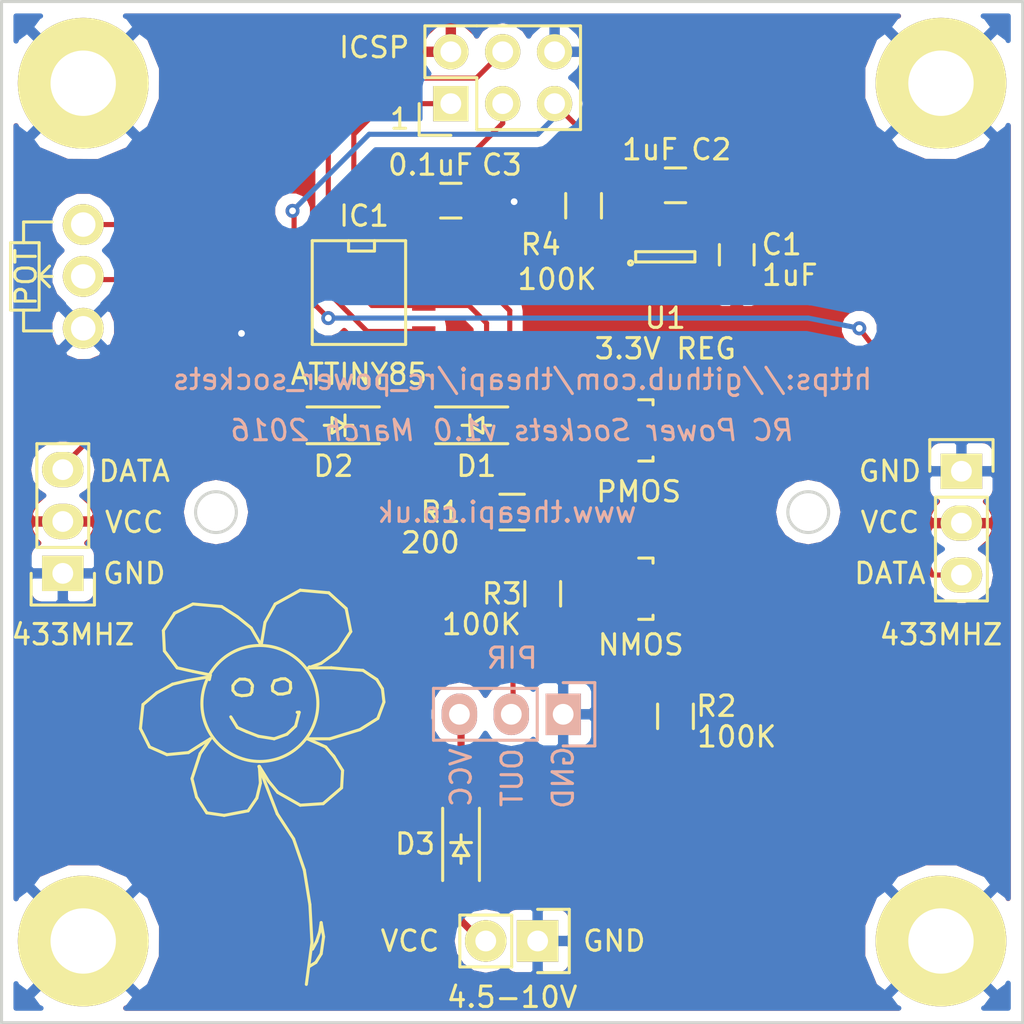
<source format=kicad_pcb>
(kicad_pcb (version 4) (host pcbnew 4.0.2-4+6225~38~ubuntu14.04.1-stable)

  (general
    (links 48)
    (no_connects 0)
    (area 118.275 58.575 171.208334 111.275)
    (thickness 1.6)
    (drawings 24)
    (tracks 131)
    (zones 0)
    (modules 25)
    (nets 15)
  )

  (page A4)
  (layers
    (0 F.Cu signal)
    (31 B.Cu signal)
    (32 B.Adhes user)
    (33 F.Adhes user)
    (34 B.Paste user)
    (35 F.Paste user)
    (36 B.SilkS user)
    (37 F.SilkS user)
    (38 B.Mask user)
    (39 F.Mask user)
    (40 Dwgs.User user)
    (41 Cmts.User user)
    (42 Eco1.User user)
    (43 Eco2.User user)
    (44 Edge.Cuts user)
    (45 Margin user)
    (46 B.CrtYd user)
    (47 F.CrtYd user)
    (48 B.Fab user)
    (49 F.Fab user)
  )

  (setup
    (last_trace_width 0.25)
    (trace_clearance 0.2)
    (zone_clearance 0.508)
    (zone_45_only no)
    (trace_min 0.2)
    (segment_width 0.2)
    (edge_width 0.15)
    (via_size 0.6858)
    (via_drill 0.3302)
    (via_min_size 0.6858)
    (via_min_drill 0.3302)
    (uvia_size 0.508)
    (uvia_drill 0.127)
    (uvias_allowed no)
    (uvia_min_size 0.508)
    (uvia_min_drill 0.127)
    (pcb_text_width 0.3)
    (pcb_text_size 1.5 1.5)
    (mod_edge_width 0.15)
    (mod_text_size 1 1)
    (mod_text_width 0.15)
    (pad_size 5.99948 5.99948)
    (pad_drill 3.4)
    (pad_to_mask_clearance 0.2)
    (aux_axis_origin 0 0)
    (visible_elements 7FFFFF7F)
    (pcbplotparams
      (layerselection 0x010fc_80000001)
      (usegerberextensions false)
      (excludeedgelayer true)
      (linewidth 0.100000)
      (plotframeref false)
      (viasonmask false)
      (mode 1)
      (useauxorigin false)
      (hpglpennumber 1)
      (hpglpenspeed 20)
      (hpglpendiameter 15)
      (hpglpenoverlay 2)
      (psnegative false)
      (psa4output false)
      (plotreference true)
      (plotvalue true)
      (plotinvisibletext false)
      (padsonsilk false)
      (subtractmaskfromsilk false)
      (outputformat 1)
      (mirror false)
      (drillshape 0)
      (scaleselection 1)
      (outputdirectory gerber/))
  )

  (net 0 "")
  (net 1 GND)
  (net 2 /SCK)
  (net 3 /MISO)
  (net 4 /RESET)
  (net 5 /RADIO_DATA)
  (net 6 /MOSI)
  (net 7 /ADC3)
  (net 8 VCC)
  (net 9 /SWITCH_POWER)
  (net 10 /3.3v)
  (net 11 /NBASE)
  (net 12 /PBASE)
  (net 13 /NBASE_ON)
  (net 14 /POWER)

  (net_class Default "This is the default net class."
    (clearance 0.2)
    (trace_width 0.25)
    (via_dia 0.6858)
    (via_drill 0.3302)
    (uvia_dia 0.508)
    (uvia_drill 0.127)
    (add_net /ADC3)
    (add_net /MISO)
    (add_net /MOSI)
    (add_net /NBASE)
    (add_net /NBASE_ON)
    (add_net /PBASE)
    (add_net /RADIO_DATA)
    (add_net /RESET)
    (add_net /SCK)
    (add_net /SWITCH_POWER)
  )

  (net_class GND ""
    (clearance 0.3)
    (trace_width 0.35)
    (via_dia 0.6858)
    (via_drill 0.3302)
    (uvia_dia 0.508)
    (uvia_drill 0.127)
    (add_net GND)
  )

  (net_class VCC ""
    (clearance 0.3)
    (trace_width 0.35)
    (via_dia 0.6858)
    (via_drill 0.3302)
    (uvia_dia 0.508)
    (uvia_drill 0.127)
    (add_net /3.3v)
    (add_net /POWER)
    (add_net VCC)
  )

  (module theapi_footprints:TheApiLogo (layer F.Cu) (tedit 56F14672) (tstamp 56F07430)
    (at 132.25 87.5)
    (fp_text reference REF** (at -1.45 16.875) (layer F.SilkS) hide
      (effects (font (size 1 1) (thickness 0.15)))
    )
    (fp_text value TheApiLogo (at 0 -0.5) (layer F.Fab) hide
      (effects (font (size 1 1) (thickness 0.15)))
    )
    (fp_line (start 0.04 5.98) (end -0.12 5.74) (layer F.SilkS) (width 0.15))
    (fp_line (start -0.12 5.74) (end -0.33 5.68) (layer F.SilkS) (width 0.15))
    (fp_line (start -0.33 5.68) (end -0.59 5.68) (layer F.SilkS) (width 0.15))
    (fp_line (start -0.59 5.68) (end -0.77 5.8) (layer F.SilkS) (width 0.15))
    (fp_line (start -0.77 5.8) (end -0.92 6) (layer F.SilkS) (width 0.15))
    (fp_line (start -0.92 6) (end -0.92 6.23) (layer F.SilkS) (width 0.15))
    (fp_line (start -0.92 6.23) (end -0.75 6.43) (layer F.SilkS) (width 0.15))
    (fp_line (start -0.75 6.43) (end -0.49 6.49) (layer F.SilkS) (width 0.15))
    (fp_line (start -0.49 6.49) (end -0.25 6.47) (layer F.SilkS) (width 0.15))
    (fp_line (start -0.25 6.47) (end -0.08 6.43) (layer F.SilkS) (width 0.15))
    (fp_line (start -0.08 6.43) (end 0 6.31) (layer F.SilkS) (width 0.15))
    (fp_line (start 0 6.31) (end 0.02 6.19) (layer F.SilkS) (width 0.15))
    (fp_line (start 0.02 6.19) (end 0.02 6.09) (layer F.SilkS) (width 0.15))
    (fp_line (start 0.02 6.09) (end 0.04 6.05) (layer F.SilkS) (width 0.15))
    (fp_line (start 1.4 5.68) (end 1.12 5.76) (layer F.SilkS) (width 0.15))
    (fp_line (start 1.12 5.76) (end 1.01 6.02) (layer F.SilkS) (width 0.15))
    (fp_line (start 1.01 6.02) (end 1.03 6.25) (layer F.SilkS) (width 0.15))
    (fp_line (start 1.03 6.25) (end 1.28 6.41) (layer F.SilkS) (width 0.15))
    (fp_line (start 1.28 6.41) (end 1.52 6.41) (layer F.SilkS) (width 0.15))
    (fp_line (start 1.52 6.41) (end 1.83 6.33) (layer F.SilkS) (width 0.15))
    (fp_line (start 1.83 6.33) (end 1.91 6.13) (layer F.SilkS) (width 0.15))
    (fp_line (start 1.91 6.13) (end 1.89 5.84) (layer F.SilkS) (width 0.15))
    (fp_line (start 1.89 5.84) (end 1.74 5.72) (layer F.SilkS) (width 0.15))
    (fp_line (start 1.74 5.72) (end 1.64 5.66) (layer F.SilkS) (width 0.15))
    (fp_line (start 1.64 5.66) (end 1.42 5.66) (layer F.SilkS) (width 0.15))
    (fp_line (start 2.98 18.9) (end 3.18 18.52) (layer F.SilkS) (width 0.15))
    (fp_line (start 3.18 18.52) (end 3.33 18.06) (layer F.SilkS) (width 0.15))
    (fp_line (start 3.33 18.06) (end 3.4 17.6) (layer F.SilkS) (width 0.15))
    (fp_line (start 3.4 17.6) (end 3.52 18.29) (layer F.SilkS) (width 0.15))
    (fp_line (start 3.52 18.29) (end 3.4 19.13) (layer F.SilkS) (width 0.15))
    (fp_line (start 3.4 19.13) (end 3.14 19.55) (layer F.SilkS) (width 0.15))
    (fp_line (start 3.14 19.55) (end 2.83 19.74) (layer F.SilkS) (width 0.15))
    (fp_line (start 0.35 9.95) (end 1.25 12.275) (layer F.SilkS) (width 0.15))
    (fp_line (start 1.25 12.275) (end 2.05 13.5) (layer F.SilkS) (width 0.15))
    (fp_line (start 2.05 13.5) (end 2.575 15.025) (layer F.SilkS) (width 0.15))
    (fp_line (start 2.575 15.025) (end 2.85 16.725) (layer F.SilkS) (width 0.15))
    (fp_line (start 2.85 16.725) (end 2.95 18.575) (layer F.SilkS) (width 0.15))
    (fp_line (start 2.95 18.575) (end 2.675 20.625) (layer F.SilkS) (width 0.15))
    (fp_line (start -1.025 7.525) (end -0.7 8.05) (layer F.SilkS) (width 0.15))
    (fp_line (start -0.7 8.05) (end -0.25 8.25) (layer F.SilkS) (width 0.15))
    (fp_line (start -0.25 8.25) (end 0.325 8.475) (layer F.SilkS) (width 0.15))
    (fp_line (start 0.325 8.475) (end 1.1 8.6) (layer F.SilkS) (width 0.15))
    (fp_line (start 1.1 8.6) (end 1.725 8.375) (layer F.SilkS) (width 0.15))
    (fp_line (start 1.725 8.375) (end 2.15 7.975) (layer F.SilkS) (width 0.15))
    (fp_line (start 2.15 7.975) (end 2.325 7.3) (layer F.SilkS) (width 0.15))
    (fp_line (start 2.325 7.3) (end 2.225 7.3) (layer F.SilkS) (width 0.15))
    (fp_line (start 4.05 9.5) (end 3.625 9) (layer F.SilkS) (width 0.15))
    (fp_line (start 3.625 9) (end 2.725 8.6) (layer F.SilkS) (width 0.15))
    (fp_line (start 2.725 8.6) (end 3.825 8.6) (layer F.SilkS) (width 0.15))
    (fp_line (start 3.825 8.6) (end 5.3 8.15) (layer F.SilkS) (width 0.15))
    (fp_line (start 5.3 8.15) (end 6.175 7.6) (layer F.SilkS) (width 0.15))
    (fp_line (start 6.175 7.6) (end 6.475 6.8) (layer F.SilkS) (width 0.15))
    (fp_line (start 6.475 6.8) (end 6.4 6.15) (layer F.SilkS) (width 0.15))
    (fp_line (start 6.4 6.15) (end 6.125 5.7) (layer F.SilkS) (width 0.15))
    (fp_line (start 6.125 5.7) (end 5.45 5.25) (layer F.SilkS) (width 0.15))
    (fp_line (start 5.45 5.25) (end 4.775 5.2) (layer F.SilkS) (width 0.15))
    (fp_line (start 4.775 5.2) (end 3.9 5.125) (layer F.SilkS) (width 0.15))
    (fp_line (start 3.9 5.125) (end 3.225 5.125) (layer F.SilkS) (width 0.15))
    (fp_line (start 3.225 5.125) (end 2.825 5.125) (layer F.SilkS) (width 0.15))
    (fp_line (start 2.825 5.125) (end 2.825 5.075) (layer F.SilkS) (width 0.15))
    (fp_line (start -2.15 5.575) (end -3.15 5.75) (layer F.SilkS) (width 0.15))
    (fp_line (start -3.15 5.75) (end -3.875 5.925) (layer F.SilkS) (width 0.15))
    (fp_line (start -3.875 5.925) (end -4.65 6.35) (layer F.SilkS) (width 0.15))
    (fp_line (start -4.65 6.35) (end -5.325 6.925) (layer F.SilkS) (width 0.15))
    (fp_line (start -5.325 6.925) (end -5.45 8.1) (layer F.SilkS) (width 0.15))
    (fp_line (start -5.45 8.1) (end -5 9) (layer F.SilkS) (width 0.15))
    (fp_line (start -5 9) (end -4.15 9.375) (layer F.SilkS) (width 0.15))
    (fp_line (start -4.15 9.375) (end -3.1 9.275) (layer F.SilkS) (width 0.15))
    (fp_line (start -3.1 9.275) (end -2.475 8.875) (layer F.SilkS) (width 0.15))
    (fp_line (start -2.475 8.875) (end -2.025 8.6) (layer F.SilkS) (width 0.15))
    (fp_line (start -2.025 8.6) (end -2.525 9.325) (layer F.SilkS) (width 0.15))
    (fp_line (start -2.525 9.325) (end -2.925 10.55) (layer F.SilkS) (width 0.15))
    (fp_line (start -2.925 10.55) (end -2.7 11.45) (layer F.SilkS) (width 0.15))
    (fp_line (start -2.7 11.45) (end -2.2 12.225) (layer F.SilkS) (width 0.15))
    (fp_line (start -2.2 12.225) (end -1.35 12.35) (layer F.SilkS) (width 0.15))
    (fp_line (start -1.35 12.35) (end -0.175 12.125) (layer F.SilkS) (width 0.15))
    (fp_line (start -0.175 12.125) (end 0.25 11.5) (layer F.SilkS) (width 0.15))
    (fp_line (start 0.25 11.5) (end 0.425 10.775) (layer F.SilkS) (width 0.15))
    (fp_line (start 0.425 10.775) (end 0.375 9.95) (layer F.SilkS) (width 0.15))
    (fp_line (start 0.375 9.95) (end 0.825 10.675) (layer F.SilkS) (width 0.15))
    (fp_line (start 0.825 10.675) (end 1.275 11.225) (layer F.SilkS) (width 0.15))
    (fp_line (start 1.275 11.225) (end 2.375 11.85) (layer F.SilkS) (width 0.15))
    (fp_line (start 2.375 11.85) (end 3.5 11.775) (layer F.SilkS) (width 0.15))
    (fp_line (start 3.5 11.775) (end 4.4 11) (layer F.SilkS) (width 0.15))
    (fp_line (start 4.4 11) (end 4.45 10.15) (layer F.SilkS) (width 0.15))
    (fp_line (start 4.45 10.15) (end 4 9.425) (layer F.SilkS) (width 0.15))
    (fp_line (start 0.425 3.95) (end -0.025 3.175) (layer F.SilkS) (width 0.15))
    (fp_line (start -0.025 3.175) (end -0.7 2.625) (layer F.SilkS) (width 0.15))
    (fp_line (start -0.7 2.625) (end -1.475 2.125) (layer F.SilkS) (width 0.15))
    (fp_line (start -1.475 2.125) (end -2.875 2) (layer F.SilkS) (width 0.15))
    (fp_line (start -2.875 2) (end -3.775 2.45) (layer F.SilkS) (width 0.15))
    (fp_line (start -3.775 2.45) (end -4.325 3.3) (layer F.SilkS) (width 0.15))
    (fp_line (start -4.325 3.3) (end -4.275 4.3) (layer F.SilkS) (width 0.15))
    (fp_line (start -4.275 4.3) (end -3.65 5.125) (layer F.SilkS) (width 0.15))
    (fp_line (start -3.65 5.125) (end -2.875 5.3) (layer F.SilkS) (width 0.15))
    (fp_line (start -2.875 5.3) (end -2.025 5.475) (layer F.SilkS) (width 0.15))
    (fp_line (start -2.025 5.475) (end -2.075 5.7) (layer F.SilkS) (width 0.15))
    (fp_line (start 0.475 3.95) (end 0.65 2.9) (layer F.SilkS) (width 0.15))
    (fp_line (start 0.65 2.9) (end 1.15 2) (layer F.SilkS) (width 0.15))
    (fp_line (start 1.15 2) (end 2.375 1.325) (layer F.SilkS) (width 0.15))
    (fp_line (start 2.375 1.325) (end 3.775 1.45) (layer F.SilkS) (width 0.15))
    (fp_line (start 3.775 1.45) (end 4.625 2.225) (layer F.SilkS) (width 0.15))
    (fp_line (start 4.625 2.225) (end 4.85 3.35) (layer F.SilkS) (width 0.15))
    (fp_line (start 4.85 3.35) (end 4.225 4.3) (layer F.SilkS) (width 0.15))
    (fp_line (start 4.225 4.3) (end 3.4 4.9) (layer F.SilkS) (width 0.15))
    (fp_line (start 3.4 4.9) (end 2.775 5.125) (layer F.SilkS) (width 0.15))
    (fp_circle (center 0.4 6.87) (end 2.94 5.6) (layer F.SilkS) (width 0.15))
  )

  (module TO_SOT_Packages_SMD:SOT-23_Handsoldering (layer F.Cu) (tedit 56F06281) (tstamp 56D89B54)
    (at 151.25 88.75 270)
    (descr "SOT-23, Handsoldering")
    (tags SOT-23)
    (path /56E8170A)
    (attr smd)
    (fp_text reference Q1 (at 0 5.5 270) (layer F.SilkS) hide
      (effects (font (size 1 1) (thickness 0.15)))
    )
    (fp_text value NMOS (at 2.75 -0.05 360) (layer F.SilkS)
      (effects (font (size 1 1) (thickness 0.15)))
    )
    (fp_line (start -1.49982 0.0508) (end -1.49982 -0.65024) (layer F.SilkS) (width 0.15))
    (fp_line (start -1.49982 -0.65024) (end -1.2509 -0.65024) (layer F.SilkS) (width 0.15))
    (fp_line (start 1.29916 -0.65024) (end 1.49982 -0.65024) (layer F.SilkS) (width 0.15))
    (fp_line (start 1.49982 -0.65024) (end 1.49982 0.0508) (layer F.SilkS) (width 0.15))
    (pad 1 smd rect (at -0.95 1.50114 270) (size 0.8001 1.80086) (layers F.Cu F.Paste F.Mask)
      (net 11 /NBASE))
    (pad 2 smd rect (at 0.95 1.50114 270) (size 0.8001 1.80086) (layers F.Cu F.Paste F.Mask)
      (net 1 GND))
    (pad 3 smd rect (at 0 -1.50114 270) (size 0.8001 1.80086) (layers F.Cu F.Paste F.Mask)
      (net 12 /PBASE))
    (model TO_SOT_Packages_SMD.3dshapes/SOT-23_Handsoldering.wrl
      (at (xyz 0 0 0))
      (scale (xyz 1 1 1))
      (rotate (xyz 0 0 0))
    )
  )

  (module TO_SOT_Packages_SMD:SOT-23_Handsoldering (layer F.Cu) (tedit 56F06294) (tstamp 56D89B5B)
    (at 151.25 81 270)
    (descr "SOT-23, Handsoldering")
    (tags SOT-23)
    (path /56E815FA)
    (attr smd)
    (fp_text reference Q2 (at 0 4 270) (layer F.SilkS) hide
      (effects (font (size 1 1) (thickness 0.15)))
    )
    (fp_text value PMOS (at 3 0.05 360) (layer F.SilkS)
      (effects (font (size 1 1) (thickness 0.15)))
    )
    (fp_line (start -1.49982 0.0508) (end -1.49982 -0.65024) (layer F.SilkS) (width 0.15))
    (fp_line (start -1.49982 -0.65024) (end -1.2509 -0.65024) (layer F.SilkS) (width 0.15))
    (fp_line (start 1.29916 -0.65024) (end 1.49982 -0.65024) (layer F.SilkS) (width 0.15))
    (fp_line (start 1.49982 -0.65024) (end 1.49982 0.0508) (layer F.SilkS) (width 0.15))
    (pad 1 smd rect (at -0.95 1.50114 270) (size 0.8001 1.80086) (layers F.Cu F.Paste F.Mask)
      (net 12 /PBASE))
    (pad 2 smd rect (at 0.95 1.50114 270) (size 0.8001 1.80086) (layers F.Cu F.Paste F.Mask)
      (net 9 /SWITCH_POWER))
    (pad 3 smd rect (at 0 -1.50114 270) (size 0.8001 1.80086) (layers F.Cu F.Paste F.Mask)
      (net 14 /POWER))
    (model TO_SOT_Packages_SMD.3dshapes/SOT-23_Handsoldering.wrl
      (at (xyz 0 0 0))
      (scale (xyz 1 1 1))
      (rotate (xyz 0 0 0))
    )
  )

  (module SMD_Packages:SOIC-8-N (layer F.Cu) (tedit 56F29FE7) (tstamp 56D9E294)
    (at 137.5 74.25 270)
    (descr "Module Narrow CMS SOJ 8 pins large")
    (tags "CMS SOJ")
    (path /56D9E1BB)
    (attr smd)
    (fp_text reference IC1 (at -3.75 -0.25 360) (layer F.SilkS)
      (effects (font (size 1 1) (thickness 0.15)))
    )
    (fp_text value ATTINY85 (at 4 0 360) (layer F.SilkS)
      (effects (font (size 1 1) (thickness 0.15)))
    )
    (fp_line (start -2.54 -2.286) (end 2.54 -2.286) (layer F.SilkS) (width 0.15))
    (fp_line (start 2.54 -2.286) (end 2.54 2.286) (layer F.SilkS) (width 0.15))
    (fp_line (start 2.54 2.286) (end -2.54 2.286) (layer F.SilkS) (width 0.15))
    (fp_line (start -2.54 2.286) (end -2.54 -2.286) (layer F.SilkS) (width 0.15))
    (fp_line (start -2.54 -0.762) (end -2.032 -0.762) (layer F.SilkS) (width 0.15))
    (fp_line (start -2.032 -0.762) (end -2.032 0.508) (layer F.SilkS) (width 0.15))
    (fp_line (start -2.032 0.508) (end -2.54 0.508) (layer F.SilkS) (width 0.15))
    (pad 8 smd rect (at -1.905 -3.175 270) (size 0.508 1.143) (layers F.Cu F.Paste F.Mask)
      (net 10 /3.3v))
    (pad 7 smd rect (at -0.635 -3.175 270) (size 0.508 1.143) (layers F.Cu F.Paste F.Mask)
      (net 2 /SCK))
    (pad 6 smd rect (at 0.635 -3.175 270) (size 0.508 1.143) (layers F.Cu F.Paste F.Mask)
      (net 3 /MISO))
    (pad 5 smd rect (at 1.905 -3.175 270) (size 0.508 1.143) (layers F.Cu F.Paste F.Mask)
      (net 6 /MOSI))
    (pad 4 smd rect (at 1.905 3.175 270) (size 0.508 1.143) (layers F.Cu F.Paste F.Mask)
      (net 1 GND))
    (pad 3 smd rect (at 0.635 3.175 270) (size 0.508 1.143) (layers F.Cu F.Paste F.Mask)
      (net 5 /RADIO_DATA))
    (pad 2 smd rect (at -0.635 3.175 270) (size 0.508 1.143) (layers F.Cu F.Paste F.Mask)
      (net 7 /ADC3))
    (pad 1 smd rect (at -1.905 3.175 270) (size 0.508 1.143) (layers F.Cu F.Paste F.Mask)
      (net 4 /RESET))
    (model SMD_Packages.3dshapes/SOIC-8-N.wrl
      (at (xyz 0 0 0))
      (scale (xyz 0.5 0.38 0.5))
      (rotate (xyz 0 0 0))
    )
  )

  (module Socket_Strips:Socket_Strip_Straight_1x03 (layer B.Cu) (tedit 56EEE78E) (tstamp 56D9E29F)
    (at 147.5 94.9 180)
    (descr "Through hole socket strip")
    (tags "socket strip")
    (path /56D837CF)
    (fp_text reference J1 (at -3.18 0.02 180) (layer B.SilkS) hide
      (effects (font (size 1 1) (thickness 0.15)) (justify mirror))
    )
    (fp_text value PIR (at 2.5 2.75 180) (layer B.SilkS)
      (effects (font (size 1 1) (thickness 0.15)) (justify mirror))
    )
    (fp_line (start 0 1.55) (end -1.55 1.55) (layer B.SilkS) (width 0.15))
    (fp_line (start -1.55 1.55) (end -1.55 -1.55) (layer B.SilkS) (width 0.15))
    (fp_line (start -1.55 -1.55) (end 0 -1.55) (layer B.SilkS) (width 0.15))
    (fp_line (start -1.75 1.75) (end -1.75 -1.75) (layer B.CrtYd) (width 0.05))
    (fp_line (start 6.85 1.75) (end 6.85 -1.75) (layer B.CrtYd) (width 0.05))
    (fp_line (start -1.75 1.75) (end 6.85 1.75) (layer B.CrtYd) (width 0.05))
    (fp_line (start -1.75 -1.75) (end 6.85 -1.75) (layer B.CrtYd) (width 0.05))
    (fp_line (start 1.27 1.27) (end 6.35 1.27) (layer B.SilkS) (width 0.15))
    (fp_line (start 6.35 1.27) (end 6.35 -1.27) (layer B.SilkS) (width 0.15))
    (fp_line (start 6.35 -1.27) (end 1.27 -1.27) (layer B.SilkS) (width 0.15))
    (fp_line (start 1.27 -1.27) (end 1.27 1.27) (layer B.SilkS) (width 0.15))
    (pad 1 thru_hole rect (at 0 0 180) (size 1.7272 2.032) (drill 1.016) (layers *.Cu *.Mask B.SilkS)
      (net 1 GND))
    (pad 2 thru_hole oval (at 2.54 0 180) (size 1.7272 2.032) (drill 1.016) (layers *.Cu *.Mask B.SilkS)
      (net 2 /SCK))
    (pad 3 thru_hole oval (at 5.08 0 180) (size 1.7272 2.032) (drill 1.016) (layers *.Cu *.Mask B.SilkS)
      (net 14 /POWER))
    (model Socket_Strips.3dshapes/Socket_Strip_Straight_1x03.wrl
      (at (xyz 0.1 0 0))
      (scale (xyz 1 1 1))
      (rotate (xyz 0 0 180))
    )
  )

  (module Socket_Strips:Socket_Strip_Straight_1x03 (layer F.Cu) (tedit 56F03245) (tstamp 56D9E2A5)
    (at 123 88 90)
    (descr "Through hole socket strip")
    (tags "socket strip")
    (path /56D83857)
    (fp_text reference J2 (at -3 0 180) (layer F.SilkS) hide
      (effects (font (size 1 1) (thickness 0.15)))
    )
    (fp_text value 433MHZ (at -3 0.5 180) (layer F.SilkS)
      (effects (font (size 1 1) (thickness 0.15)))
    )
    (fp_line (start 0 -1.55) (end -1.55 -1.55) (layer F.SilkS) (width 0.15))
    (fp_line (start -1.55 -1.55) (end -1.55 1.55) (layer F.SilkS) (width 0.15))
    (fp_line (start -1.55 1.55) (end 0 1.55) (layer F.SilkS) (width 0.15))
    (fp_line (start -1.75 -1.75) (end -1.75 1.75) (layer F.CrtYd) (width 0.05))
    (fp_line (start 6.85 -1.75) (end 6.85 1.75) (layer F.CrtYd) (width 0.05))
    (fp_line (start -1.75 -1.75) (end 6.85 -1.75) (layer F.CrtYd) (width 0.05))
    (fp_line (start -1.75 1.75) (end 6.85 1.75) (layer F.CrtYd) (width 0.05))
    (fp_line (start 1.27 -1.27) (end 6.35 -1.27) (layer F.SilkS) (width 0.15))
    (fp_line (start 6.35 -1.27) (end 6.35 1.27) (layer F.SilkS) (width 0.15))
    (fp_line (start 6.35 1.27) (end 1.27 1.27) (layer F.SilkS) (width 0.15))
    (fp_line (start 1.27 1.27) (end 1.27 -1.27) (layer F.SilkS) (width 0.15))
    (pad 1 thru_hole rect (at 0 0 90) (size 1.7272 2.032) (drill 1.016) (layers *.Cu *.Mask F.SilkS)
      (net 1 GND))
    (pad 2 thru_hole oval (at 2.54 0 90) (size 1.7272 2.032) (drill 1.016) (layers *.Cu *.Mask F.SilkS)
      (net 9 /SWITCH_POWER))
    (pad 3 thru_hole oval (at 5.08 0 90) (size 1.7272 2.032) (drill 1.016) (layers *.Cu *.Mask F.SilkS)
      (net 5 /RADIO_DATA))
    (model Socket_Strips.3dshapes/Socket_Strip_Straight_1x03.wrl
      (at (xyz 0.1 0 0))
      (scale (xyz 1 1 1))
      (rotate (xyz 0 0 180))
    )
  )

  (module Capacitors_SMD:C_0805_HandSoldering (layer F.Cu) (tedit 56F3012A) (tstamp 56E80E58)
    (at 156 72.4 90)
    (descr "Capacitor SMD 0805, hand soldering")
    (tags "capacitor 0805")
    (path /56D4DF87)
    (attr smd)
    (fp_text reference C1 (at 0.5 2.2 180) (layer F.SilkS)
      (effects (font (size 1 1) (thickness 0.15)))
    )
    (fp_text value 1uF (at -1 2.6 180) (layer F.SilkS)
      (effects (font (size 1 1) (thickness 0.15)))
    )
    (fp_line (start -2.3 -1) (end 2.3 -1) (layer F.CrtYd) (width 0.05))
    (fp_line (start -2.3 1) (end 2.3 1) (layer F.CrtYd) (width 0.05))
    (fp_line (start -2.3 -1) (end -2.3 1) (layer F.CrtYd) (width 0.05))
    (fp_line (start 2.3 -1) (end 2.3 1) (layer F.CrtYd) (width 0.05))
    (fp_line (start 0.5 -0.85) (end -0.5 -0.85) (layer F.SilkS) (width 0.15))
    (fp_line (start -0.5 0.85) (end 0.5 0.85) (layer F.SilkS) (width 0.15))
    (pad 1 smd rect (at -1.25 0 90) (size 1.5 1.25) (layers F.Cu F.Paste F.Mask)
      (net 9 /SWITCH_POWER))
    (pad 2 smd rect (at 1.25 0 90) (size 1.5 1.25) (layers F.Cu F.Paste F.Mask)
      (net 1 GND))
    (model Capacitors_SMD.3dshapes/C_0805_HandSoldering.wrl
      (at (xyz 0 0 0))
      (scale (xyz 1 1 1))
      (rotate (xyz 0 0 0))
    )
  )

  (module Capacitors_SMD:C_0805_HandSoldering (layer F.Cu) (tedit 56F3E642) (tstamp 56E80E5D)
    (at 153 69)
    (descr "Capacitor SMD 0805, hand soldering")
    (tags "capacitor 0805")
    (path /56D4DEBE)
    (attr smd)
    (fp_text reference C2 (at 1.75 -1.75 180) (layer F.SilkS)
      (effects (font (size 1 1) (thickness 0.15)))
    )
    (fp_text value 1uF (at -1.25 -1.75) (layer F.SilkS)
      (effects (font (size 1 1) (thickness 0.15)))
    )
    (fp_line (start -2.3 -1) (end 2.3 -1) (layer F.CrtYd) (width 0.05))
    (fp_line (start -2.3 1) (end 2.3 1) (layer F.CrtYd) (width 0.05))
    (fp_line (start -2.3 -1) (end -2.3 1) (layer F.CrtYd) (width 0.05))
    (fp_line (start 2.3 -1) (end 2.3 1) (layer F.CrtYd) (width 0.05))
    (fp_line (start 0.5 -0.85) (end -0.5 -0.85) (layer F.SilkS) (width 0.15))
    (fp_line (start -0.5 0.85) (end 0.5 0.85) (layer F.SilkS) (width 0.15))
    (pad 1 smd rect (at -1.25 0) (size 1.5 1.25) (layers F.Cu F.Paste F.Mask)
      (net 10 /3.3v))
    (pad 2 smd rect (at 1.25 0) (size 1.5 1.25) (layers F.Cu F.Paste F.Mask)
      (net 1 GND))
    (model Capacitors_SMD.3dshapes/C_0805_HandSoldering.wrl
      (at (xyz 0 0 0))
      (scale (xyz 1 1 1))
      (rotate (xyz 0 0 0))
    )
  )

  (module Capacitors_SMD:C_0805_HandSoldering (layer F.Cu) (tedit 56F3E631) (tstamp 56E80E62)
    (at 142 69.75)
    (descr "Capacitor SMD 0805, hand soldering")
    (tags "capacitor 0805")
    (path /56D9DCDE)
    (attr smd)
    (fp_text reference C3 (at 2.5 -1.75) (layer F.SilkS)
      (effects (font (size 1 1) (thickness 0.15)))
    )
    (fp_text value 0.1uF (at -1 -1.75) (layer F.SilkS)
      (effects (font (size 1 1) (thickness 0.15)))
    )
    (fp_line (start -2.3 -1) (end 2.3 -1) (layer F.CrtYd) (width 0.05))
    (fp_line (start -2.3 1) (end 2.3 1) (layer F.CrtYd) (width 0.05))
    (fp_line (start -2.3 -1) (end -2.3 1) (layer F.CrtYd) (width 0.05))
    (fp_line (start 2.3 -1) (end 2.3 1) (layer F.CrtYd) (width 0.05))
    (fp_line (start 0.5 -0.85) (end -0.5 -0.85) (layer F.SilkS) (width 0.15))
    (fp_line (start -0.5 0.85) (end 0.5 0.85) (layer F.SilkS) (width 0.15))
    (pad 1 smd rect (at -1.25 0) (size 1.5 1.25) (layers F.Cu F.Paste F.Mask)
      (net 10 /3.3v))
    (pad 2 smd rect (at 1.25 0) (size 1.5 1.25) (layers F.Cu F.Paste F.Mask)
      (net 1 GND))
    (model Capacitors_SMD.3dshapes/C_0805_HandSoldering.wrl
      (at (xyz 0 0 0))
      (scale (xyz 1 1 1))
      (rotate (xyz 0 0 0))
    )
  )

  (module Resistors_SMD:R_0805_HandSoldering (layer F.Cu) (tedit 56F05CDB) (tstamp 56E80E71)
    (at 145 85 180)
    (descr "Resistor SMD 0805, hand soldering")
    (tags "resistor 0805")
    (path /56D4B1A8)
    (attr smd)
    (fp_text reference R1 (at 3.5 0 180) (layer F.SilkS)
      (effects (font (size 1 1) (thickness 0.15)))
    )
    (fp_text value 200 (at 4 -1.5 180) (layer F.SilkS)
      (effects (font (size 1 1) (thickness 0.15)))
    )
    (fp_line (start -2.4 -1) (end 2.4 -1) (layer F.CrtYd) (width 0.05))
    (fp_line (start -2.4 1) (end 2.4 1) (layer F.CrtYd) (width 0.05))
    (fp_line (start -2.4 -1) (end -2.4 1) (layer F.CrtYd) (width 0.05))
    (fp_line (start 2.4 -1) (end 2.4 1) (layer F.CrtYd) (width 0.05))
    (fp_line (start 0.6 0.875) (end -0.6 0.875) (layer F.SilkS) (width 0.15))
    (fp_line (start -0.6 -0.875) (end 0.6 -0.875) (layer F.SilkS) (width 0.15))
    (pad 1 smd rect (at -1.35 0 180) (size 1.5 1.3) (layers F.Cu F.Paste F.Mask)
      (net 11 /NBASE))
    (pad 2 smd rect (at 1.35 0 180) (size 1.5 1.3) (layers F.Cu F.Paste F.Mask)
      (net 13 /NBASE_ON))
    (model Resistors_SMD.3dshapes/R_0805_HandSoldering.wrl
      (at (xyz 0 0 0))
      (scale (xyz 1 1 1))
      (rotate (xyz 0 0 0))
    )
  )

  (module Resistors_SMD:R_0805_HandSoldering (layer F.Cu) (tedit 56F05F90) (tstamp 56E80E76)
    (at 153 95 90)
    (descr "Resistor SMD 0805, hand soldering")
    (tags "resistor 0805")
    (path /56D4B1D7)
    (attr smd)
    (fp_text reference R2 (at 0.5 2 360) (layer F.SilkS)
      (effects (font (size 1 1) (thickness 0.15)))
    )
    (fp_text value 100K (at -1 3 360) (layer F.SilkS)
      (effects (font (size 1 1) (thickness 0.15)))
    )
    (fp_line (start -2.4 -1) (end 2.4 -1) (layer F.CrtYd) (width 0.05))
    (fp_line (start -2.4 1) (end 2.4 1) (layer F.CrtYd) (width 0.05))
    (fp_line (start -2.4 -1) (end -2.4 1) (layer F.CrtYd) (width 0.05))
    (fp_line (start 2.4 -1) (end 2.4 1) (layer F.CrtYd) (width 0.05))
    (fp_line (start 0.6 0.875) (end -0.6 0.875) (layer F.SilkS) (width 0.15))
    (fp_line (start -0.6 -0.875) (end 0.6 -0.875) (layer F.SilkS) (width 0.15))
    (pad 1 smd rect (at -1.35 0 90) (size 1.5 1.3) (layers F.Cu F.Paste F.Mask)
      (net 14 /POWER))
    (pad 2 smd rect (at 1.35 0 90) (size 1.5 1.3) (layers F.Cu F.Paste F.Mask)
      (net 12 /PBASE))
    (model Resistors_SMD.3dshapes/R_0805_HandSoldering.wrl
      (at (xyz 0 0 0))
      (scale (xyz 1 1 1))
      (rotate (xyz 0 0 0))
    )
  )

  (module Resistors_SMD:R_0805_HandSoldering (layer F.Cu) (tedit 56F05CF3) (tstamp 56E80E7B)
    (at 146.5 89 270)
    (descr "Resistor SMD 0805, hand soldering")
    (tags "resistor 0805")
    (path /56D8549B)
    (attr smd)
    (fp_text reference R3 (at 0 2 540) (layer F.SilkS)
      (effects (font (size 1 1) (thickness 0.15)))
    )
    (fp_text value 100K (at 1.5 3 360) (layer F.SilkS)
      (effects (font (size 1 1) (thickness 0.15)))
    )
    (fp_line (start -2.4 -1) (end 2.4 -1) (layer F.CrtYd) (width 0.05))
    (fp_line (start -2.4 1) (end 2.4 1) (layer F.CrtYd) (width 0.05))
    (fp_line (start -2.4 -1) (end -2.4 1) (layer F.CrtYd) (width 0.05))
    (fp_line (start 2.4 -1) (end 2.4 1) (layer F.CrtYd) (width 0.05))
    (fp_line (start 0.6 0.875) (end -0.6 0.875) (layer F.SilkS) (width 0.15))
    (fp_line (start -0.6 -0.875) (end 0.6 -0.875) (layer F.SilkS) (width 0.15))
    (pad 1 smd rect (at -1.35 0 270) (size 1.5 1.3) (layers F.Cu F.Paste F.Mask)
      (net 11 /NBASE))
    (pad 2 smd rect (at 1.35 0 270) (size 1.5 1.3) (layers F.Cu F.Paste F.Mask)
      (net 1 GND))
    (model Resistors_SMD.3dshapes/R_0805_HandSoldering.wrl
      (at (xyz 0 0 0))
      (scale (xyz 1 1 1))
      (rotate (xyz 0 0 0))
    )
  )

  (module Resistors_SMD:R_0805_HandSoldering (layer F.Cu) (tedit 56F3010F) (tstamp 56E80E80)
    (at 148.5 70 270)
    (descr "Resistor SMD 0805, hand soldering")
    (tags "resistor 0805")
    (path /56D85890)
    (attr smd)
    (fp_text reference R4 (at 1.9 2.1 360) (layer F.SilkS)
      (effects (font (size 1 1) (thickness 0.15)))
    )
    (fp_text value 100K (at 3.6 1.3 360) (layer F.SilkS)
      (effects (font (size 1 1) (thickness 0.15)))
    )
    (fp_line (start -2.4 -1) (end 2.4 -1) (layer F.CrtYd) (width 0.05))
    (fp_line (start -2.4 1) (end 2.4 1) (layer F.CrtYd) (width 0.05))
    (fp_line (start -2.4 -1) (end -2.4 1) (layer F.CrtYd) (width 0.05))
    (fp_line (start 2.4 -1) (end 2.4 1) (layer F.CrtYd) (width 0.05))
    (fp_line (start 0.6 0.875) (end -0.6 0.875) (layer F.SilkS) (width 0.15))
    (fp_line (start -0.6 -0.875) (end 0.6 -0.875) (layer F.SilkS) (width 0.15))
    (pad 1 smd rect (at -1.35 0 270) (size 1.5 1.3) (layers F.Cu F.Paste F.Mask)
      (net 4 /RESET))
    (pad 2 smd rect (at 1.35 0 270) (size 1.5 1.3) (layers F.Cu F.Paste F.Mask)
      (net 10 /3.3v))
    (model Resistors_SMD.3dshapes/R_0805_HandSoldering.wrl
      (at (xyz 0 0 0))
      (scale (xyz 1 1 1))
      (rotate (xyz 0 0 0))
    )
  )

  (module Diodes_SMD:SOD-123 (layer F.Cu) (tedit 56F0181D) (tstamp 56E80F28)
    (at 143.25 80.75)
    (descr SOD-123)
    (tags SOD-123)
    (path /56F14591)
    (attr smd)
    (fp_text reference D1 (at 0 2 180) (layer F.SilkS)
      (effects (font (size 1 1) (thickness 0.15)))
    )
    (fp_text value D_Schottky (at 0 2.1) (layer F.Fab) hide
      (effects (font (size 1 1) (thickness 0.15)))
    )
    (fp_line (start 0.3175 0) (end 0.6985 0) (layer F.SilkS) (width 0.15))
    (fp_line (start -0.6985 0) (end -0.3175 0) (layer F.SilkS) (width 0.15))
    (fp_line (start -0.3175 0) (end 0.3175 -0.381) (layer F.SilkS) (width 0.15))
    (fp_line (start 0.3175 -0.381) (end 0.3175 0.381) (layer F.SilkS) (width 0.15))
    (fp_line (start 0.3175 0.381) (end -0.3175 0) (layer F.SilkS) (width 0.15))
    (fp_line (start -0.3175 -0.508) (end -0.3175 0.508) (layer F.SilkS) (width 0.15))
    (fp_line (start -2.25 -1.05) (end 2.25 -1.05) (layer F.CrtYd) (width 0.05))
    (fp_line (start 2.25 -1.05) (end 2.25 1.05) (layer F.CrtYd) (width 0.05))
    (fp_line (start 2.25 1.05) (end -2.25 1.05) (layer F.CrtYd) (width 0.05))
    (fp_line (start -2.25 -1.05) (end -2.25 1.05) (layer F.CrtYd) (width 0.05))
    (fp_line (start -2 0.9) (end 1.54 0.9) (layer F.SilkS) (width 0.15))
    (fp_line (start -2 -0.9) (end 1.54 -0.9) (layer F.SilkS) (width 0.15))
    (pad 1 smd rect (at -1.635 0) (size 0.91 1.22) (layers F.Cu F.Paste F.Mask)
      (net 13 /NBASE_ON))
    (pad 2 smd rect (at 1.635 0) (size 0.91 1.22) (layers F.Cu F.Paste F.Mask)
      (net 2 /SCK))
  )

  (module Diodes_SMD:SOD-123 (layer F.Cu) (tedit 56F0181B) (tstamp 56E80F2D)
    (at 136.5 80.75 180)
    (descr SOD-123)
    (tags SOD-123)
    (path /56F1471B)
    (attr smd)
    (fp_text reference D2 (at 0.25 -2 360) (layer F.SilkS)
      (effects (font (size 1 1) (thickness 0.15)))
    )
    (fp_text value D_Schottky (at 0 2.1 180) (layer F.Fab) hide
      (effects (font (size 1 1) (thickness 0.15)))
    )
    (fp_line (start 0.3175 0) (end 0.6985 0) (layer F.SilkS) (width 0.15))
    (fp_line (start -0.6985 0) (end -0.3175 0) (layer F.SilkS) (width 0.15))
    (fp_line (start -0.3175 0) (end 0.3175 -0.381) (layer F.SilkS) (width 0.15))
    (fp_line (start 0.3175 -0.381) (end 0.3175 0.381) (layer F.SilkS) (width 0.15))
    (fp_line (start 0.3175 0.381) (end -0.3175 0) (layer F.SilkS) (width 0.15))
    (fp_line (start -0.3175 -0.508) (end -0.3175 0.508) (layer F.SilkS) (width 0.15))
    (fp_line (start -2.25 -1.05) (end 2.25 -1.05) (layer F.CrtYd) (width 0.05))
    (fp_line (start 2.25 -1.05) (end 2.25 1.05) (layer F.CrtYd) (width 0.05))
    (fp_line (start 2.25 1.05) (end -2.25 1.05) (layer F.CrtYd) (width 0.05))
    (fp_line (start -2.25 -1.05) (end -2.25 1.05) (layer F.CrtYd) (width 0.05))
    (fp_line (start -2 0.9) (end 1.54 0.9) (layer F.SilkS) (width 0.15))
    (fp_line (start -2 -0.9) (end 1.54 -0.9) (layer F.SilkS) (width 0.15))
    (pad 1 smd rect (at -1.635 0 180) (size 0.91 1.22) (layers F.Cu F.Paste F.Mask)
      (net 13 /NBASE_ON))
    (pad 2 smd rect (at 1.635 0 180) (size 0.91 1.22) (layers F.Cu F.Paste F.Mask)
      (net 3 /MISO))
  )

  (module Potentiometers:Potentiometer_WirePads_Small (layer F.Cu) (tedit 56ED8049) (tstamp 56EAAB44)
    (at 124 76 180)
    (descr "Potentiometer, Wire Pads only, small, RevA, 02 Aug 2010,")
    (tags "Potentiometer, Wire Pads only, small, RevA, 02 Aug 2010,")
    (path /56E809B9)
    (fp_text reference RV1 (at 4.5 2.5 270) (layer F.SilkS) hide
      (effects (font (size 1 1) (thickness 0.15)))
    )
    (fp_text value POT (at 2.8 2.5 270) (layer F.SilkS)
      (effects (font (size 1 1) (thickness 0.15)))
    )
    (fp_line (start 2.921 4.191) (end 2.921 5.207) (layer F.SilkS) (width 0.15))
    (fp_line (start 2.921 5.207) (end 1.524 5.207) (layer F.SilkS) (width 0.15))
    (fp_line (start 2.921 0.889) (end 2.921 -0.127) (layer F.SilkS) (width 0.15))
    (fp_line (start 2.921 -0.127) (end 1.524 -0.127) (layer F.SilkS) (width 0.15))
    (fp_line (start 2.159 2.54) (end 1.524 2.54) (layer F.SilkS) (width 0.15))
    (fp_line (start 2.159 2.54) (end 1.651 3.048) (layer F.SilkS) (width 0.15))
    (fp_line (start 2.159 2.54) (end 1.651 2.032) (layer F.SilkS) (width 0.15))
    (fp_line (start 2.159 0.889) (end 3.556 0.889) (layer F.SilkS) (width 0.15))
    (fp_line (start 3.556 0.889) (end 3.556 4.191) (layer F.SilkS) (width 0.15))
    (fp_line (start 3.556 4.191) (end 2.159 4.191) (layer F.SilkS) (width 0.15))
    (fp_line (start 2.159 4.191) (end 2.159 0.889) (layer F.SilkS) (width 0.15))
    (pad 2 thru_hole circle (at 0 2.54 180) (size 1.99898 1.99898) (drill 1.19888) (layers *.Cu *.Mask F.SilkS)
      (net 7 /ADC3))
    (pad 3 thru_hole circle (at 0 5.08 180) (size 1.99898 1.99898) (drill 1.19888) (layers *.Cu *.Mask F.SilkS)
      (net 4 /RESET))
    (pad 1 thru_hole circle (at 0 0 180) (size 1.99898 1.99898) (drill 1.19888) (layers *.Cu *.Mask F.SilkS)
      (net 1 GND))
  )

  (module Pin_Headers:Pin_Header_Straight_2x03 (layer F.Cu) (tedit 56F2A077) (tstamp 56EEDFFC)
    (at 142 65 90)
    (descr "Through hole pin header")
    (tags "pin header")
    (path /56EEE1EA)
    (fp_text reference P1 (at 1.5 -2.5 90) (layer F.SilkS) hide
      (effects (font (size 1 1) (thickness 0.15)))
    )
    (fp_text value ICSP (at 2.75 -3.75 180) (layer F.SilkS)
      (effects (font (size 1 1) (thickness 0.15)))
    )
    (fp_line (start -1.27 1.27) (end -1.27 6.35) (layer F.SilkS) (width 0.15))
    (fp_line (start -1.55 -1.55) (end 0 -1.55) (layer F.SilkS) (width 0.15))
    (fp_line (start -1.75 -1.75) (end -1.75 6.85) (layer F.CrtYd) (width 0.05))
    (fp_line (start 4.3 -1.75) (end 4.3 6.85) (layer F.CrtYd) (width 0.05))
    (fp_line (start -1.75 -1.75) (end 4.3 -1.75) (layer F.CrtYd) (width 0.05))
    (fp_line (start -1.75 6.85) (end 4.3 6.85) (layer F.CrtYd) (width 0.05))
    (fp_line (start 1.27 -1.27) (end 1.27 1.27) (layer F.SilkS) (width 0.15))
    (fp_line (start 1.27 1.27) (end -1.27 1.27) (layer F.SilkS) (width 0.15))
    (fp_line (start -1.27 6.35) (end 3.81 6.35) (layer F.SilkS) (width 0.15))
    (fp_line (start 3.81 6.35) (end 3.81 1.27) (layer F.SilkS) (width 0.15))
    (fp_line (start -1.55 -1.55) (end -1.55 0) (layer F.SilkS) (width 0.15))
    (fp_line (start 3.81 -1.27) (end 1.27 -1.27) (layer F.SilkS) (width 0.15))
    (fp_line (start 3.81 1.27) (end 3.81 -1.27) (layer F.SilkS) (width 0.15))
    (pad 1 thru_hole rect (at 0 0 90) (size 1.7272 1.7272) (drill 1.016) (layers *.Cu *.Mask F.SilkS)
      (net 3 /MISO))
    (pad 2 thru_hole oval (at 2.54 0 90) (size 1.7272 1.7272) (drill 1.016) (layers *.Cu *.Mask F.SilkS)
      (net 9 /SWITCH_POWER))
    (pad 3 thru_hole oval (at 0 2.54 90) (size 1.7272 1.7272) (drill 1.016) (layers *.Cu *.Mask F.SilkS)
      (net 2 /SCK))
    (pad 4 thru_hole oval (at 2.54 2.54 90) (size 1.7272 1.7272) (drill 1.016) (layers *.Cu *.Mask F.SilkS)
      (net 6 /MOSI))
    (pad 5 thru_hole oval (at 0 5.08 90) (size 1.7272 1.7272) (drill 1.016) (layers *.Cu *.Mask F.SilkS)
      (net 4 /RESET))
    (pad 6 thru_hole oval (at 2.54 5.08 90) (size 1.7272 1.7272) (drill 1.016) (layers *.Cu *.Mask F.SilkS)
      (net 1 GND))
    (model Pin_Headers.3dshapes/Pin_Header_Straight_2x03.wrl
      (at (xyz 0.05 -0.1 0))
      (scale (xyz 1 1 1))
      (rotate (xyz 0 0 90))
    )
  )

  (module Socket_Strips:Socket_Strip_Straight_1x03 (layer F.Cu) (tedit 56F29F96) (tstamp 56EEE815)
    (at 167 83 270)
    (descr "Through hole socket strip")
    (tags "socket strip")
    (path /56EEFA66)
    (fp_text reference J3 (at 8 0 360) (layer F.SilkS) hide
      (effects (font (size 1 1) (thickness 0.15)))
    )
    (fp_text value 433MHZ (at 8 1 360) (layer F.SilkS)
      (effects (font (size 1 1) (thickness 0.15)))
    )
    (fp_line (start 0 -1.55) (end -1.55 -1.55) (layer F.SilkS) (width 0.15))
    (fp_line (start -1.55 -1.55) (end -1.55 1.55) (layer F.SilkS) (width 0.15))
    (fp_line (start -1.55 1.55) (end 0 1.55) (layer F.SilkS) (width 0.15))
    (fp_line (start -1.75 -1.75) (end -1.75 1.75) (layer F.CrtYd) (width 0.05))
    (fp_line (start 6.85 -1.75) (end 6.85 1.75) (layer F.CrtYd) (width 0.05))
    (fp_line (start -1.75 -1.75) (end 6.85 -1.75) (layer F.CrtYd) (width 0.05))
    (fp_line (start -1.75 1.75) (end 6.85 1.75) (layer F.CrtYd) (width 0.05))
    (fp_line (start 1.27 -1.27) (end 6.35 -1.27) (layer F.SilkS) (width 0.15))
    (fp_line (start 6.35 -1.27) (end 6.35 1.27) (layer F.SilkS) (width 0.15))
    (fp_line (start 6.35 1.27) (end 1.27 1.27) (layer F.SilkS) (width 0.15))
    (fp_line (start 1.27 1.27) (end 1.27 -1.27) (layer F.SilkS) (width 0.15))
    (pad 1 thru_hole rect (at 0 0 270) (size 1.7272 2.032) (drill 1.016) (layers *.Cu *.Mask F.SilkS)
      (net 1 GND))
    (pad 2 thru_hole oval (at 2.54 0 270) (size 1.7272 2.032) (drill 1.016) (layers *.Cu *.Mask F.SilkS)
      (net 9 /SWITCH_POWER))
    (pad 3 thru_hole oval (at 5.08 0 270) (size 1.7272 2.032) (drill 1.016) (layers *.Cu *.Mask F.SilkS)
      (net 5 /RADIO_DATA))
    (model Socket_Strips.3dshapes/Socket_Strip_Straight_1x03.wrl
      (at (xyz 0.1 0 0))
      (scale (xyz 1 1 1))
      (rotate (xyz 0 0 180))
    )
  )

  (module Pin_Headers:Pin_Header_Straight_1x02 (layer F.Cu) (tedit 56F29BAB) (tstamp 56F06121)
    (at 146.25 106 270)
    (descr "Through hole pin header")
    (tags "pin header")
    (path /56F0648D)
    (fp_text reference P2 (at 0 -5.1 270) (layer F.SilkS) hide
      (effects (font (size 1 1) (thickness 0.15)))
    )
    (fp_text value POWER_IN (at 2.75 1.25 360) (layer F.SilkS) hide
      (effects (font (size 1 1) (thickness 0.15)))
    )
    (fp_line (start 1.27 1.27) (end 1.27 3.81) (layer F.SilkS) (width 0.15))
    (fp_line (start 1.55 -1.55) (end 1.55 0) (layer F.SilkS) (width 0.15))
    (fp_line (start -1.75 -1.75) (end -1.75 4.3) (layer F.CrtYd) (width 0.05))
    (fp_line (start 1.75 -1.75) (end 1.75 4.3) (layer F.CrtYd) (width 0.05))
    (fp_line (start -1.75 -1.75) (end 1.75 -1.75) (layer F.CrtYd) (width 0.05))
    (fp_line (start -1.75 4.3) (end 1.75 4.3) (layer F.CrtYd) (width 0.05))
    (fp_line (start 1.27 1.27) (end -1.27 1.27) (layer F.SilkS) (width 0.15))
    (fp_line (start -1.55 0) (end -1.55 -1.55) (layer F.SilkS) (width 0.15))
    (fp_line (start -1.55 -1.55) (end 1.55 -1.55) (layer F.SilkS) (width 0.15))
    (fp_line (start -1.27 1.27) (end -1.27 3.81) (layer F.SilkS) (width 0.15))
    (fp_line (start -1.27 3.81) (end 1.27 3.81) (layer F.SilkS) (width 0.15))
    (pad 1 thru_hole rect (at 0 0 270) (size 2.032 2.032) (drill 1.016) (layers *.Cu *.Mask F.SilkS)
      (net 1 GND))
    (pad 2 thru_hole oval (at 0 2.54 270) (size 2.032 2.032) (drill 1.016) (layers *.Cu *.Mask F.SilkS)
      (net 8 VCC))
    (model Pin_Headers.3dshapes/Pin_Header_Straight_1x02.wrl
      (at (xyz 0 -0.05 0))
      (scale (xyz 1 1 1))
      (rotate (xyz 0 0 90))
    )
  )

  (module Mounting_Holes:MountingHole_3.2mm_M3_Pad (layer F.Cu) (tedit 56F144D3) (tstamp 56F144AC)
    (at 166 106)
    (descr "Mounting Hole 3.2mm, M3")
    (tags "mounting hole 3.2mm m3")
    (path /56F02F70)
    (fp_text reference MOUNT1 (at 0 -4.2) (layer F.SilkS) hide
      (effects (font (size 1 1) (thickness 0.15)))
    )
    (fp_text value CONN_01X01 (at 0 4.2) (layer F.Fab) hide
      (effects (font (size 1 1) (thickness 0.15)))
    )
    (fp_circle (center 0 0) (end 3.2 0) (layer Cmts.User) (width 0.15))
    (fp_circle (center 0 0) (end 3.45 0) (layer F.CrtYd) (width 0.05))
    (pad 1 thru_hole circle (at 0 0) (size 6.4 6.4) (drill 3.2) (layers *.Cu *.Mask F.SilkS)
      (net 1 GND))
  )

  (module Mounting_Holes:MountingHole_3.2mm_M3_Pad (layer F.Cu) (tedit 56F144DA) (tstamp 56F144B0)
    (at 124 106)
    (descr "Mounting Hole 3.2mm, M3")
    (tags "mounting hole 3.2mm m3")
    (path /56F02F7C)
    (fp_text reference MOUNT2 (at 0 -4.2) (layer F.SilkS) hide
      (effects (font (size 1 1) (thickness 0.15)))
    )
    (fp_text value CONN_01X01 (at 0 4.2) (layer F.Fab) hide
      (effects (font (size 1 1) (thickness 0.15)))
    )
    (fp_circle (center 0 0) (end 3.2 0) (layer Cmts.User) (width 0.15))
    (fp_circle (center 0 0) (end 3.45 0) (layer F.CrtYd) (width 0.05))
    (pad 1 thru_hole circle (at 0 0) (size 6.4 6.4) (drill 3.2) (layers *.Cu *.Mask F.SilkS)
      (net 1 GND))
  )

  (module Mounting_Holes:MountingHole_3.2mm_M3_Pad (layer F.Cu) (tedit 56F144BC) (tstamp 56F144B4)
    (at 166 64)
    (descr "Mounting Hole 3.2mm, M3")
    (tags "mounting hole 3.2mm m3")
    (path /56F02C78)
    (fp_text reference MOUNT3 (at 0 -4.2) (layer F.SilkS) hide
      (effects (font (size 1 1) (thickness 0.15)))
    )
    (fp_text value CONN_01X01 (at 0 4.2) (layer F.Fab) hide
      (effects (font (size 1 1) (thickness 0.15)))
    )
    (fp_circle (center 0 0) (end 3.2 0) (layer Cmts.User) (width 0.15))
    (fp_circle (center 0 0) (end 3.45 0) (layer F.CrtYd) (width 0.05))
    (pad 1 thru_hole circle (at 0 0) (size 6.4 6.4) (drill 3.2) (layers *.Cu *.Mask F.SilkS)
      (net 1 GND))
  )

  (module Mounting_Holes:MountingHole_3.2mm_M3_Pad (layer F.Cu) (tedit 56F144C6) (tstamp 56F144B8)
    (at 124 64)
    (descr "Mounting Hole 3.2mm, M3")
    (tags "mounting hole 3.2mm m3")
    (path /56F02EEA)
    (fp_text reference MOUNT4 (at 0 -4.2) (layer F.SilkS) hide
      (effects (font (size 1 1) (thickness 0.15)))
    )
    (fp_text value CONN_01X01 (at 0 4.2) (layer F.Fab) hide
      (effects (font (size 1 1) (thickness 0.15)))
    )
    (fp_circle (center 0 0) (end 3.2 0) (layer Cmts.User) (width 0.15))
    (fp_circle (center 0 0) (end 3.45 0) (layer F.CrtYd) (width 0.05))
    (pad 1 thru_hole circle (at 0 0) (size 6.4 6.4) (drill 3.2) (layers *.Cu *.Mask F.SilkS)
      (net 1 GND))
  )

  (module Diodes_SMD:SOD-123 (layer F.Cu) (tedit 56F294A9) (tstamp 56F29420)
    (at 142.5 101.5 270)
    (descr SOD-123)
    (tags SOD-123)
    (path /56F2954C)
    (attr smd)
    (fp_text reference D3 (at -0.25 2.25 360) (layer F.SilkS)
      (effects (font (size 1 1) (thickness 0.15)))
    )
    (fp_text value D_Schottky (at 0 2.1 360) (layer F.Fab) hide
      (effects (font (size 1 1) (thickness 0.15)))
    )
    (fp_line (start 0.3175 0) (end 0.6985 0) (layer F.SilkS) (width 0.15))
    (fp_line (start -0.6985 0) (end -0.3175 0) (layer F.SilkS) (width 0.15))
    (fp_line (start -0.3175 0) (end 0.3175 -0.381) (layer F.SilkS) (width 0.15))
    (fp_line (start 0.3175 -0.381) (end 0.3175 0.381) (layer F.SilkS) (width 0.15))
    (fp_line (start 0.3175 0.381) (end -0.3175 0) (layer F.SilkS) (width 0.15))
    (fp_line (start -0.3175 -0.508) (end -0.3175 0.508) (layer F.SilkS) (width 0.15))
    (fp_line (start -2.25 -1.05) (end 2.25 -1.05) (layer F.CrtYd) (width 0.05))
    (fp_line (start 2.25 -1.05) (end 2.25 1.05) (layer F.CrtYd) (width 0.05))
    (fp_line (start 2.25 1.05) (end -2.25 1.05) (layer F.CrtYd) (width 0.05))
    (fp_line (start -2.25 -1.05) (end -2.25 1.05) (layer F.CrtYd) (width 0.05))
    (fp_line (start -2 0.9) (end 1.54 0.9) (layer F.SilkS) (width 0.15))
    (fp_line (start -2 -0.9) (end 1.54 -0.9) (layer F.SilkS) (width 0.15))
    (pad 1 smd rect (at -1.635 0 270) (size 0.91 1.22) (layers F.Cu F.Paste F.Mask)
      (net 14 /POWER))
    (pad 2 smd rect (at 1.635 0 270) (size 0.91 1.22) (layers F.Cu F.Paste F.Mask)
      (net 8 VCC))
  )

  (module SOT-23-5 (layer F.Cu) (tedit 56F3E506) (tstamp 56F2FB55)
    (at 152.5 72.5 90)
    (descr "5-pin SOT23 package")
    (tags SOT-23-5)
    (path /56F2FC5E)
    (attr smd)
    (fp_text reference U1 (at -3 0 180) (layer F.SilkS)
      (effects (font (size 1 1) (thickness 0.15)))
    )
    (fp_text value "3.3V REG" (at -4.5 0 180) (layer F.SilkS)
      (effects (font (size 1 1) (thickness 0.15)))
    )
    (fp_line (start -1.8 -1.6) (end 1.8 -1.6) (layer F.CrtYd) (width 0.05))
    (fp_line (start 1.8 -1.6) (end 1.8 1.6) (layer F.CrtYd) (width 0.05))
    (fp_line (start 1.8 1.6) (end -1.8 1.6) (layer F.CrtYd) (width 0.05))
    (fp_line (start -1.8 1.6) (end -1.8 -1.6) (layer F.CrtYd) (width 0.05))
    (fp_circle (center -0.3 -1.7) (end -0.2 -1.7) (layer F.SilkS) (width 0.15))
    (fp_line (start 0.25 -1.45) (end -0.25 -1.45) (layer F.SilkS) (width 0.15))
    (fp_line (start 0.25 1.45) (end 0.25 -1.45) (layer F.SilkS) (width 0.15))
    (fp_line (start -0.25 1.45) (end 0.25 1.45) (layer F.SilkS) (width 0.15))
    (fp_line (start -0.25 -1.45) (end -0.25 1.45) (layer F.SilkS) (width 0.15))
    (pad 1 smd rect (at -1.1 -0.95 90) (size 1.06 0.65) (layers F.Cu F.Paste F.Mask)
      (net 9 /SWITCH_POWER))
    (pad 2 smd rect (at -1.1 0 90) (size 1.06 0.65) (layers F.Cu F.Paste F.Mask)
      (net 1 GND))
    (pad 3 smd rect (at -1.1 0.95 90) (size 1.06 0.65) (layers F.Cu F.Paste F.Mask)
      (net 9 /SWITCH_POWER))
    (pad 4 smd rect (at 1.1 0.95 90) (size 1.06 0.65) (layers F.Cu F.Paste F.Mask))
    (pad 5 smd rect (at 1.1 -0.95 90) (size 1.06 0.65) (layers F.Cu F.Paste F.Mask)
      (net 10 /3.3v))
    (model TO_SOT_Packages_SMD.3dshapes/SOT-23-5.wrl
      (at (xyz 0 0 0))
      (scale (xyz 1 1 1))
      (rotate (xyz 0 0 0))
    )
  )

  (dimension 10.004499 (width 0.3) (layer F.Mask)
    (gr_text "10.004 mm" (at 156.717032 90.087989 271.718358) (layer F.Mask) (tstamp 56F50E78)
      (effects (font (size 1.5 1.5) (thickness 0.3)))
    )
    (feature1 (pts (xy 159.8 95) (xy 155.517639 95.128471)))
    (feature2 (pts (xy 159.5 85) (xy 155.217639 85.128471)))
    (crossbar (pts (xy 157.916425 85.047507) (xy 158.216425 95.047507)))
    (arrow1a (pts (xy 158.216425 95.047507) (xy 157.596488 93.939095)))
    (arrow1b (pts (xy 158.216425 95.047507) (xy 158.768802 93.903925)))
    (arrow2a (pts (xy 157.916425 85.047507) (xy 157.364048 86.191089)))
    (arrow2b (pts (xy 157.916425 85.047507) (xy 158.536362 86.155919)))
  )
  (gr_text www.theapi.co.uk (at 144.75 85) (layer B.SilkS)
    (effects (font (size 1 1) (thickness 0.15)) (justify mirror))
  )
  (gr_text https://github.com/theapi/rc_power_sockets (at 145.5 78.5) (layer B.SilkS)
    (effects (font (size 1 1) (thickness 0.15)) (justify mirror))
  )
  (gr_text 1 (at 139.5 65.75) (layer F.SilkS)
    (effects (font (size 1 1) (thickness 0.15)))
  )
  (gr_text 4.5-10V (at 145 108.75) (layer F.SilkS)
    (effects (font (size 1 1) (thickness 0.15)))
  )
  (gr_text "March 2016" (at 135.75 81) (layer B.SilkS)
    (effects (font (size 1 1) (thickness 0.15) italic) (justify mirror))
  )
  (gr_text "RC Power Sockets v1.0" (at 150 81) (layer B.SilkS)
    (effects (font (size 1 1) (thickness 0.15) italic) (justify mirror))
  )
  (gr_text VCC (at 140 106) (layer F.SilkS)
    (effects (font (size 1 1) (thickness 0.15)))
  )
  (gr_text GND (at 150 106) (layer F.SilkS)
    (effects (font (size 1 1) (thickness 0.15)))
  )
  (gr_text GND (at 163.5 83) (layer F.SilkS)
    (effects (font (size 1 1) (thickness 0.15)))
  )
  (gr_text VCC (at 163.5 85.5) (layer F.SilkS)
    (effects (font (size 1 1) (thickness 0.15)))
  )
  (gr_text DATA (at 163.5 88) (layer F.SilkS)
    (effects (font (size 1 1) (thickness 0.15)))
  )
  (gr_text DATA (at 126.5 83) (layer F.SilkS)
    (effects (font (size 1 1) (thickness 0.15)))
  )
  (gr_text GND (at 126.5 88) (layer F.SilkS)
    (effects (font (size 1 1) (thickness 0.15)))
  )
  (gr_text VCC (at 126.5 85.5) (layer F.SilkS)
    (effects (font (size 1 1) (thickness 0.15)))
  )
  (gr_text VCC (at 142.5 98 90) (layer B.SilkS)
    (effects (font (size 1 1) (thickness 0.15)) (justify mirror))
  )
  (gr_text OUT (at 145 98 90) (layer B.SilkS)
    (effects (font (size 1 1) (thickness 0.15)) (justify mirror))
  )
  (gr_text GND (at 147.5 98 90) (layer B.SilkS)
    (effects (font (size 1 1) (thickness 0.15)) (justify mirror))
  )
  (gr_circle (center 130.5 85) (end 130.5 84) (layer Edge.Cuts) (width 0.15) (tstamp 56F02E53))
  (gr_circle (center 159.5 85) (end 159.5 84) (layer Edge.Cuts) (width 0.15))
  (gr_line (start 120 110) (end 120 60) (angle 90) (layer Edge.Cuts) (width 0.15))
  (gr_line (start 170 110) (end 120 110) (angle 90) (layer Edge.Cuts) (width 0.15))
  (gr_line (start 170 60) (end 170 110) (angle 90) (layer Edge.Cuts) (width 0.15))
  (gr_line (start 120 60) (end 170 60) (angle 90) (layer Edge.Cuts) (width 0.15))

  (segment (start 149.74886 89.7) (end 147.15 89.7) (width 0.35) (layer F.Cu) (net 1))
  (segment (start 147.15 89.7) (end 146.5 90.35) (width 0.35) (layer F.Cu) (net 1) (tstamp 56F305B5))
  (segment (start 143.25 69.75) (end 145.05 69.75) (width 0.35) (layer F.Cu) (net 1))
  (segment (start 145.05 69.75) (end 145.1 69.8) (width 0.35) (layer F.Cu) (net 1) (tstamp 56F30410))
  (via (at 145.1 69.8) (size 0.6858) (drill 0.3302) (layers F.Cu B.Cu) (net 1))
  (segment (start 145.1 69.8) (end 145.5 69.8) (width 0.35) (layer B.Cu) (net 1) (tstamp 56F30414))
  (segment (start 147.08 62.46) (end 147.08 62.52) (width 0.25) (layer F.Cu) (net 1))
  (segment (start 154.25 69) (end 154.25 67.85) (width 0.35) (layer F.Cu) (net 1))
  (segment (start 154.25 67.85) (end 148.86 62.46) (width 0.35) (layer F.Cu) (net 1) (tstamp 56F30189))
  (segment (start 148.86 62.46) (end 147.08 62.46) (width 0.35) (layer F.Cu) (net 1) (tstamp 56F3018F))
  (segment (start 152.5 73.6) (end 152.5 70.5) (width 0.35) (layer F.Cu) (net 1))
  (segment (start 152.5 70.5) (end 154 69) (width 0.35) (layer F.Cu) (net 1) (tstamp 56F2FF78))
  (segment (start 154 69) (end 154.25 69) (width 0.25) (layer F.Cu) (net 1) (tstamp 56F2FF7F))
  (segment (start 154.25 69) (end 155.3 69) (width 0.35) (layer F.Cu) (net 1))
  (segment (start 155.3 69) (end 156 69.7) (width 0.35) (layer F.Cu) (net 1) (tstamp 56F2FF68))
  (segment (start 156 69.7) (end 156 71.15) (width 0.35) (layer F.Cu) (net 1) (tstamp 56F2FF6E))
  (segment (start 152.55 73.65) (end 152.5 73.6) (width 0.25) (layer F.Cu) (net 1) (tstamp 56F2FEBE))
  (segment (start 147.08 62.46) (end 147.04 62.46) (width 0.25) (layer F.Cu) (net 1))
  (segment (start 146.5 90.35) (end 146.5 91.5) (width 0.35) (layer F.Cu) (net 1))
  (segment (start 146.5 91.5) (end 147.5 92.5) (width 0.35) (layer F.Cu) (net 1) (tstamp 56F0291E))
  (segment (start 147.5 92.5) (end 147.5 94.5) (width 0.35) (layer F.Cu) (net 1) (tstamp 56F0291F))
  (segment (start 146.5 90.85) (end 146.9 90.85) (width 0.25) (layer F.Cu) (net 1))
  (segment (start 134.325 76.155) (end 131.845 76.155) (width 0.35) (layer F.Cu) (net 1))
  (segment (start 131.845 76.155) (end 131.75 76.25) (width 0.35) (layer F.Cu) (net 1) (tstamp 56EEFF42))
  (via (at 131.75 76.25) (size 0.6858) (drill 0.3302) (layers F.Cu B.Cu) (net 1))
  (segment (start 144.885 80.75) (end 145.065 95.145) (width 0.25) (layer F.Cu) (net 2) (status 20))
  (segment (start 145.065 95.145) (end 144.96 95.25) (width 0.25) (layer F.Cu) (net 2) (tstamp 56F017B4) (status 30))
  (segment (start 140.675 73.615) (end 143.365 73.615) (width 0.25) (layer F.Cu) (net 2))
  (segment (start 144.885 75.135) (end 144.885 80.75) (width 0.25) (layer F.Cu) (net 2) (tstamp 56F017B0))
  (segment (start 143.365 73.615) (end 144.885 75.135) (width 0.25) (layer F.Cu) (net 2) (tstamp 56F017AB))
  (segment (start 140.675 73.615) (end 139.635 73.615) (width 0.25) (layer F.Cu) (net 2))
  (segment (start 144.54 65.96) (end 144.54 65) (width 0.25) (layer F.Cu) (net 2) (tstamp 56F014BE))
  (segment (start 143.21 67.29) (end 144.54 65.96) (width 0.25) (layer F.Cu) (net 2) (tstamp 56F014B5))
  (segment (start 139.75 67.29) (end 143.21 67.29) (width 0.25) (layer F.Cu) (net 2) (tstamp 56F01485))
  (segment (start 138.52 68.52) (end 139.75 67.29) (width 0.25) (layer F.Cu) (net 2) (tstamp 56F01482))
  (segment (start 138.52 72.5) (end 138.52 68.52) (width 0.25) (layer F.Cu) (net 2) (tstamp 56F0147F))
  (segment (start 139.635 73.615) (end 138.52 72.5) (width 0.25) (layer F.Cu) (net 2) (tstamp 56F0147D))
  (segment (start 134.865 80.75) (end 134.865 79.385) (width 0.25) (layer F.Cu) (net 3))
  (segment (start 142.885 74.885) (end 140.675 74.885) (width 0.25) (layer F.Cu) (net 3) (tstamp 56F01811))
  (segment (start 143.75 75.75) (end 142.885 74.885) (width 0.25) (layer F.Cu) (net 3) (tstamp 56F01810))
  (segment (start 143.75 77.25) (end 143.75 75.75) (width 0.25) (layer F.Cu) (net 3) (tstamp 56F0180E))
  (segment (start 142.75 78.25) (end 143.75 77.25) (width 0.25) (layer F.Cu) (net 3) (tstamp 56F0180C))
  (segment (start 136 78.25) (end 142.75 78.25) (width 0.25) (layer F.Cu) (net 3) (tstamp 56F0180A))
  (segment (start 134.865 79.385) (end 136 78.25) (width 0.25) (layer F.Cu) (net 3) (tstamp 56F01809))
  (segment (start 138.135 74.885) (end 140.675 74.885) (width 0.25) (layer F.Cu) (net 3) (tstamp 56EEEEF7))
  (segment (start 137.25 74) (end 138.135 74.885) (width 0.25) (layer F.Cu) (net 3) (tstamp 56EEEEF4))
  (segment (start 138.75 65) (end 137.25 66.5) (width 0.25) (layer F.Cu) (net 3) (tstamp 56EEEEE9))
  (segment (start 142 65) (end 138.75 65) (width 0.25) (layer F.Cu) (net 3))
  (segment (start 137.25 66.5) (end 137.25 74) (width 0.25) (layer F.Cu) (net 3) (tstamp 56EEEEEB))
  (segment (start 148.5 68.65) (end 148.5 66.42) (width 0.25) (layer F.Cu) (net 4))
  (segment (start 148.5 66.42) (end 147.08 65) (width 0.25) (layer F.Cu) (net 4) (tstamp 56F2FE4F))
  (segment (start 134.325 72.345) (end 129.095 72.345) (width 0.25) (layer F.Cu) (net 4))
  (segment (start 127.67 70.92) (end 124 70.92) (width 0.25) (layer F.Cu) (net 4) (tstamp 56F0269C))
  (segment (start 129.095 72.345) (end 127.67 70.92) (width 0.25) (layer F.Cu) (net 4) (tstamp 56F0269A))
  (segment (start 147.08 65) (end 147.08 65.67) (width 0.25) (layer B.Cu) (net 4))
  (segment (start 147.08 65.67) (end 146.25 66.5) (width 0.25) (layer B.Cu) (net 4) (tstamp 56F01409))
  (segment (start 134.325 70.325) (end 134.325 72.345) (width 0.25) (layer F.Cu) (net 4) (tstamp 56F01410))
  (segment (start 134.25 70.25) (end 134.325 70.325) (width 0.25) (layer F.Cu) (net 4) (tstamp 56F0140F))
  (via (at 134.25 70.25) (size 0.6858) (drill 0.3302) (layers F.Cu B.Cu) (net 4))
  (segment (start 138 66.5) (end 134.25 70.25) (width 0.25) (layer B.Cu) (net 4) (tstamp 56F0140B))
  (segment (start 146.25 66.5) (end 138 66.5) (width 0.25) (layer B.Cu) (net 4) (tstamp 56F0140A))
  (segment (start 134.325 74.885) (end 130.865 74.885) (width 0.25) (layer F.Cu) (net 5))
  (segment (start 130.865 74.885) (end 123 82.75) (width 0.25) (layer F.Cu) (net 5) (tstamp 56F02604))
  (segment (start 123 82.75) (end 123 82.92) (width 0.25) (layer F.Cu) (net 5) (tstamp 56F02605))
  (segment (start 167 88.08) (end 165.58 88.08) (width 0.25) (layer F.Cu) (net 5))
  (segment (start 135.385 74.885) (end 134.325 74.885) (width 0.25) (layer F.Cu) (net 5) (tstamp 56F01F12))
  (segment (start 136 75.5) (end 135.385 74.885) (width 0.25) (layer F.Cu) (net 5) (tstamp 56F01F11))
  (via (at 136 75.5) (size 0.6858) (drill 0.3302) (layers F.Cu B.Cu) (net 5))
  (segment (start 159.5 75.5) (end 136 75.5) (width 0.25) (layer B.Cu) (net 5) (tstamp 56F01F06))
  (segment (start 162 76) (end 159.5 75.5) (width 0.25) (layer B.Cu) (net 5) (tstamp 56F01F05))
  (via (at 162 76) (size 0.6858) (drill 0.3302) (layers F.Cu B.Cu) (net 5))
  (segment (start 164.5 79.25) (end 162 76) (width 0.25) (layer F.Cu) (net 5) (tstamp 56F01EFC))
  (segment (start 164.5 85.75) (end 164.5 79.25) (width 0.25) (layer F.Cu) (net 5) (tstamp 56F01EF1))
  (segment (start 165.58 88.08) (end 164.5 85.75) (width 0.25) (layer F.Cu) (net 5) (tstamp 56F01EED))
  (segment (start 134.885 74.885) (end 134.325 74.885) (width 0.25) (layer F.Cu) (net 5) (tstamp 56F01E6C))
  (segment (start 144.54 62.46) (end 143.25 63.75) (width 0.25) (layer F.Cu) (net 6))
  (segment (start 143.25 63.75) (end 138.5 63.75) (width 0.25) (layer F.Cu) (net 6) (tstamp 56EEEEBF))
  (segment (start 138.5 63.75) (end 136 66.25) (width 0.25) (layer F.Cu) (net 6) (tstamp 56EEEEC6))
  (segment (start 136 66.25) (end 136 74.25) (width 0.25) (layer F.Cu) (net 6) (tstamp 56EEEED2))
  (segment (start 136 74.25) (end 137.905 76.155) (width 0.25) (layer F.Cu) (net 6) (tstamp 56EEEED7))
  (segment (start 137.905 76.155) (end 140.675 76.155) (width 0.25) (layer F.Cu) (net 6) (tstamp 56EEEEDC))
  (segment (start 134.325 73.615) (end 124.155 73.615) (width 0.25) (layer F.Cu) (net 7))
  (segment (start 124.155 73.615) (end 124 73.46) (width 0.25) (layer F.Cu) (net 7) (tstamp 56F02697))
  (segment (start 143.71 106) (end 143.5 106) (width 0.35) (layer F.Cu) (net 8))
  (segment (start 143.5 106) (end 142.5 105) (width 0.35) (layer F.Cu) (net 8) (tstamp 56F294D2))
  (segment (start 142.5 105) (end 142.5 103.135) (width 0.35) (layer F.Cu) (net 8) (tstamp 56F294D3))
  (segment (start 156 73.65) (end 153.5 73.65) (width 0.25) (layer F.Cu) (net 9))
  (segment (start 153.5 73.65) (end 153.45 73.6) (width 0.25) (layer F.Cu) (net 9) (tstamp 56F2FFF6))
  (segment (start 156 73.65) (end 156 75.3) (width 0.25) (layer F.Cu) (net 9))
  (segment (start 151.55 75.05) (end 151.55 73.6) (width 0.25) (layer F.Cu) (net 9) (tstamp 56F2FFE4))
  (segment (start 152.4 75.9) (end 151.55 75.05) (width 0.25) (layer F.Cu) (net 9) (tstamp 56F2FFE0))
  (segment (start 155.4 75.9) (end 152.4 75.9) (width 0.25) (layer F.Cu) (net 9) (tstamp 56F2FFDF))
  (segment (start 156 75.3) (end 155.4 75.9) (width 0.25) (layer F.Cu) (net 9) (tstamp 56F2FFD9))
  (segment (start 151.55 73.6) (end 149.4 73.6) (width 0.25) (layer F.Cu) (net 9))
  (segment (start 148.15 81.95) (end 149.74886 81.95) (width 0.25) (layer F.Cu) (net 9) (tstamp 56F2FFD5))
  (segment (start 147.3 81.1) (end 148.15 81.95) (width 0.25) (layer F.Cu) (net 9) (tstamp 56F2FFD0))
  (segment (start 147.3 75.7) (end 147.3 81.1) (width 0.25) (layer F.Cu) (net 9) (tstamp 56F2FFCC))
  (segment (start 149.4 73.6) (end 147.3 75.7) (width 0.25) (layer F.Cu) (net 9) (tstamp 56F2FFC5))
  (segment (start 151.55 71.4) (end 151.55 69.2) (width 0.35) (layer F.Cu) (net 10))
  (segment (start 151.55 69.2) (end 151.75 69) (width 0.25) (layer F.Cu) (net 10) (tstamp 56F2FE6A))
  (segment (start 148.5 71.35) (end 151.5 71.35) (width 0.35) (layer F.Cu) (net 10))
  (segment (start 151.5 71.35) (end 151.55 71.4) (width 0.25) (layer F.Cu) (net 10) (tstamp 56F2FE66))
  (segment (start 148.5 71.35) (end 146.05 71.35) (width 0.35) (layer F.Cu) (net 10))
  (segment (start 146.05 71.35) (end 145.055 72.345) (width 0.35) (layer F.Cu) (net 10) (tstamp 56F2FE59))
  (segment (start 145.055 72.345) (end 140.675 72.345) (width 0.35) (layer F.Cu) (net 10) (tstamp 56F2FE60))
  (segment (start 140.675 72.345) (end 140.675 69.825) (width 0.35) (layer F.Cu) (net 10))
  (segment (start 140.675 69.825) (end 140.75 69.75) (width 0.25) (layer F.Cu) (net 10) (tstamp 56EEF19A))
  (segment (start 149.74886 87.8) (end 146.65 87.8) (width 0.25) (layer F.Cu) (net 11))
  (segment (start 146.65 87.8) (end 146.5 87.65) (width 0.25) (layer F.Cu) (net 11) (tstamp 56F028F6))
  (segment (start 146.35 85.5) (end 146.35 88) (width 0.25) (layer F.Cu) (net 11) (status 10))
  (segment (start 146.35 88) (end 146.5 88.15) (width 0.25) (layer F.Cu) (net 11) (tstamp 56F01B2F))
  (segment (start 152.75114 88.75) (end 152.75114 93.40114) (width 0.25) (layer F.Cu) (net 12))
  (segment (start 152.75114 93.40114) (end 153 93.65) (width 0.25) (layer F.Cu) (net 12) (tstamp 56F05DBC))
  (segment (start 149.74886 80.05) (end 150.3 80.05) (width 0.25) (layer F.Cu) (net 12))
  (segment (start 150.3 80.05) (end 151.25 81) (width 0.25) (layer F.Cu) (net 12) (tstamp 56F01B57))
  (segment (start 151.25 81) (end 151.25 85.5) (width 0.25) (layer F.Cu) (net 12) (tstamp 56F01B5A))
  (segment (start 151.25 85.5) (end 152.75114 87.00114) (width 0.25) (layer F.Cu) (net 12) (tstamp 56F01B5D))
  (segment (start 152.75114 87.00114) (end 152.75114 88.75) (width 0.25) (layer F.Cu) (net 12) (tstamp 56F01B5F))
  (segment (start 141.615 80.75) (end 141.615 82.965) (width 0.25) (layer F.Cu) (net 13))
  (segment (start 141.615 82.965) (end 143.65 85.5) (width 0.25) (layer F.Cu) (net 13) (tstamp 56F01B81) (status 20))
  (segment (start 138.135 80.75) (end 141.615 80.75) (width 0.25) (layer F.Cu) (net 13))
  (segment (start 153 96.35) (end 150.2 96.35) (width 0.35) (layer F.Cu) (net 14) (status 400000))
  (segment (start 146.685 99.865) (end 142.5 99.865) (width 0.35) (layer F.Cu) (net 14) (tstamp 56F50ED8) (status 800000))
  (segment (start 150.2 96.35) (end 146.685 99.865) (width 0.35) (layer F.Cu) (net 14) (tstamp 56F50ED4))
  (segment (start 142.5 99.865) (end 142.5 94.98) (width 0.35) (layer F.Cu) (net 14) (status C00000))
  (segment (start 142.5 94.98) (end 142.42 94.9) (width 0.35) (layer F.Cu) (net 14) (tstamp 56F50ECF) (status C00000))
  (segment (start 142.5 94.58) (end 142.42 94.5) (width 0.25) (layer F.Cu) (net 14) (tstamp 56F294D7))
  (segment (start 153 96.35) (end 154.15 96.35) (width 0.35) (layer F.Cu) (net 14))
  (segment (start 154.15 96.35) (end 154.5 96) (width 0.35) (layer F.Cu) (net 14) (tstamp 56F05D61))
  (segment (start 154.5 96) (end 154.5 82.74886) (width 0.35) (layer F.Cu) (net 14) (tstamp 56F05D65))
  (segment (start 154.5 82.74886) (end 152.75114 81) (width 0.35) (layer F.Cu) (net 14) (tstamp 56F05D6C))

  (zone (net 9) (net_name /SWITCH_POWER) (layer F.Cu) (tstamp 56F01BF9) (hatch edge 0.508)
    (connect_pads (clearance 0.508))
    (min_thickness 0.254)
    (fill yes (arc_segments 16) (thermal_gap 0.508) (thermal_bridge_width 0.508))
    (polygon
      (pts
        (xy 170 110) (xy 120 110) (xy 120 60) (xy 170 60) (xy 170 110)
      )
    )
    (filled_polygon
      (pts
        (xy 163.830485 60.74695) (xy 162.750741 61.824811) (xy 162.165667 63.233825) (xy 162.164336 64.759482) (xy 162.74695 66.169515)
        (xy 163.824811 67.249259) (xy 165.233825 67.834333) (xy 166.759482 67.835664) (xy 168.169515 67.25305) (xy 169.249259 66.175189)
        (xy 169.29 66.077074) (xy 169.29 103.919911) (xy 169.25305 103.830485) (xy 168.175189 102.750741) (xy 166.766175 102.165667)
        (xy 165.240518 102.164336) (xy 163.830485 102.74695) (xy 162.750741 103.824811) (xy 162.165667 105.233825) (xy 162.164336 106.759482)
        (xy 162.74695 108.169515) (xy 163.824811 109.249259) (xy 163.922926 109.29) (xy 126.080089 109.29) (xy 126.169515 109.25305)
        (xy 127.249259 108.175189) (xy 127.834333 106.766175) (xy 127.835664 105.240518) (xy 127.25305 103.830485) (xy 126.175189 102.750741)
        (xy 126.004826 102.68) (xy 141.24256 102.68) (xy 141.24256 103.59) (xy 141.286838 103.825317) (xy 141.42591 104.041441)
        (xy 141.63811 104.186431) (xy 141.69 104.196939) (xy 141.69 105) (xy 141.751658 105.309974) (xy 141.768945 105.335845)
        (xy 141.927244 105.572756) (xy 142.102658 105.74817) (xy 142.059 105.967655) (xy 142.059 106.032345) (xy 142.184675 106.664155)
        (xy 142.542567 107.199778) (xy 143.07819 107.55767) (xy 143.71 107.683345) (xy 144.34181 107.55767) (xy 144.681792 107.330501)
        (xy 144.76991 107.467441) (xy 144.98211 107.612431) (xy 145.234 107.66344) (xy 147.266 107.66344) (xy 147.501317 107.619162)
        (xy 147.717441 107.48009) (xy 147.862431 107.26789) (xy 147.91344 107.016) (xy 147.91344 104.984) (xy 147.869162 104.748683)
        (xy 147.73009 104.532559) (xy 147.51789 104.387569) (xy 147.266 104.33656) (xy 145.234 104.33656) (xy 144.998683 104.380838)
        (xy 144.782559 104.51991) (xy 144.680802 104.668837) (xy 144.34181 104.44233) (xy 143.71 104.316655) (xy 143.31 104.39622)
        (xy 143.31 104.199807) (xy 143.345317 104.193162) (xy 143.561441 104.05409) (xy 143.706431 103.84189) (xy 143.75744 103.59)
        (xy 143.75744 102.68) (xy 143.713162 102.444683) (xy 143.57409 102.228559) (xy 143.36189 102.083569) (xy 143.11 102.03256)
        (xy 141.89 102.03256) (xy 141.654683 102.076838) (xy 141.438559 102.21591) (xy 141.293569 102.42811) (xy 141.24256 102.68)
        (xy 126.004826 102.68) (xy 124.766175 102.165667) (xy 123.240518 102.164336) (xy 121.830485 102.74695) (xy 120.750741 103.824811)
        (xy 120.71 103.922926) (xy 120.71 87.1364) (xy 121.33656 87.1364) (xy 121.33656 88.8636) (xy 121.380838 89.098917)
        (xy 121.51991 89.315041) (xy 121.73211 89.460031) (xy 121.984 89.51104) (xy 124.016 89.51104) (xy 124.251317 89.466762)
        (xy 124.467441 89.32769) (xy 124.612431 89.11549) (xy 124.66344 88.8636) (xy 124.66344 87.1364) (xy 124.619162 86.901083)
        (xy 124.48009 86.684959) (xy 124.26789 86.539969) (xy 124.173073 86.520768) (xy 124.350732 86.362036) (xy 124.604709 85.834791)
        (xy 124.607358 85.819026) (xy 124.486217 85.587) (xy 123.127 85.587) (xy 123.127 85.607) (xy 122.873 85.607)
        (xy 122.873 85.587) (xy 121.513783 85.587) (xy 121.392642 85.819026) (xy 121.395291 85.834791) (xy 121.649268 86.362036)
        (xy 121.824845 86.518907) (xy 121.748683 86.533238) (xy 121.532559 86.67231) (xy 121.387569 86.88451) (xy 121.33656 87.1364)
        (xy 120.71 87.1364) (xy 120.71 82.92) (xy 121.316655 82.92) (xy 121.430729 83.493489) (xy 121.755585 83.97967)
        (xy 122.065069 84.186461) (xy 121.649268 84.557964) (xy 121.395291 85.085209) (xy 121.392642 85.100974) (xy 121.513783 85.333)
        (xy 122.873 85.333) (xy 122.873 85.313) (xy 123.127 85.313) (xy 123.127 85.333) (xy 124.486217 85.333)
        (xy 124.607358 85.100974) (xy 124.604709 85.085209) (xy 124.563664 85) (xy 128.79 85) (xy 128.920166 85.654389)
        (xy 129.290847 86.209153) (xy 129.845611 86.579834) (xy 130.5 86.71) (xy 131.154389 86.579834) (xy 131.709153 86.209153)
        (xy 132.079834 85.654389) (xy 132.21 85) (xy 132.079834 84.345611) (xy 131.709153 83.790847) (xy 131.154389 83.420166)
        (xy 130.5 83.29) (xy 129.845611 83.420166) (xy 129.290847 83.790847) (xy 128.920166 84.345611) (xy 128.79 85)
        (xy 124.563664 85) (xy 124.350732 84.557964) (xy 123.934931 84.186461) (xy 124.244415 83.97967) (xy 124.569271 83.493489)
        (xy 124.683345 82.92) (xy 124.569271 82.346511) (xy 124.53283 82.291972) (xy 130.77376 76.051042) (xy 130.77227 76.05463)
        (xy 130.771931 76.443663) (xy 130.920493 76.803212) (xy 131.195341 77.07854) (xy 131.55463 77.22773) (xy 131.943663 77.228069)
        (xy 132.303212 77.079507) (xy 132.417919 76.965) (xy 133.442437 76.965) (xy 133.50161 77.005431) (xy 133.7535 77.05644)
        (xy 134.8965 77.05644) (xy 135.131817 77.012162) (xy 135.347941 76.87309) (xy 135.492931 76.66089) (xy 135.54394 76.409)
        (xy 135.54394 76.369482) (xy 135.80463 76.47773) (xy 136.193663 76.478069) (xy 136.553212 76.329507) (xy 136.779155 76.103957)
        (xy 137.367599 76.692401) (xy 137.614161 76.857148) (xy 137.905 76.915) (xy 139.71926 76.915) (xy 139.85161 77.005431)
        (xy 140.1035 77.05644) (xy 141.2465 77.05644) (xy 141.481817 77.012162) (xy 141.697941 76.87309) (xy 141.842931 76.66089)
        (xy 141.89394 76.409) (xy 141.89394 75.901) (xy 141.849662 75.665683) (xy 141.836353 75.645) (xy 142.570198 75.645)
        (xy 142.99 76.064802) (xy 142.99 76.935198) (xy 142.435198 77.49) (xy 136 77.49) (xy 135.70916 77.547852)
        (xy 135.462599 77.712599) (xy 134.327599 78.847599) (xy 134.162852 79.094161) (xy 134.105 79.385) (xy 134.105 79.581678)
        (xy 133.958559 79.67591) (xy 133.813569 79.88811) (xy 133.76256 80.14) (xy 133.76256 81.36) (xy 133.806838 81.595317)
        (xy 133.94591 81.811441) (xy 134.15811 81.956431) (xy 134.41 82.00744) (xy 135.32 82.00744) (xy 135.555317 81.963162)
        (xy 135.771441 81.82409) (xy 135.916431 81.61189) (xy 135.96744 81.36) (xy 135.96744 80.14) (xy 135.923162 79.904683)
        (xy 135.78409 79.688559) (xy 135.696257 79.628545) (xy 136.314802 79.01) (xy 142.75 79.01) (xy 143.040839 78.952148)
        (xy 143.287401 78.787401) (xy 144.125 77.949802) (xy 144.125 79.581678) (xy 143.978559 79.67591) (xy 143.833569 79.88811)
        (xy 143.78256 80.14) (xy 143.78256 81.36) (xy 143.826838 81.595317) (xy 143.96591 81.811441) (xy 144.139698 81.930185)
        (xy 144.16186 83.70256) (xy 143.181672 83.70256) (xy 142.375 82.697689) (xy 142.375 81.918322) (xy 142.521441 81.82409)
        (xy 142.666431 81.61189) (xy 142.71744 81.36) (xy 142.71744 80.14) (xy 142.673162 79.904683) (xy 142.53409 79.688559)
        (xy 142.32189 79.543569) (xy 142.07 79.49256) (xy 141.16 79.49256) (xy 140.924683 79.536838) (xy 140.708559 79.67591)
        (xy 140.563569 79.88811) (xy 140.542936 79.99) (xy 139.209216 79.99) (xy 139.193162 79.904683) (xy 139.05409 79.688559)
        (xy 138.84189 79.543569) (xy 138.59 79.49256) (xy 137.68 79.49256) (xy 137.444683 79.536838) (xy 137.228559 79.67591)
        (xy 137.083569 79.88811) (xy 137.03256 80.14) (xy 137.03256 81.36) (xy 137.076838 81.595317) (xy 137.21591 81.811441)
        (xy 137.42811 81.956431) (xy 137.68 82.00744) (xy 138.59 82.00744) (xy 138.825317 81.963162) (xy 139.041441 81.82409)
        (xy 139.186431 81.61189) (xy 139.207064 81.51) (xy 140.540784 81.51) (xy 140.556838 81.595317) (xy 140.69591 81.811441)
        (xy 140.855 81.920143) (xy 140.855 82.965) (xy 140.875996 83.070552) (xy 140.885386 83.177748) (xy 140.904695 83.21483)
        (xy 140.912852 83.255839) (xy 140.97264 83.345318) (xy 141.022339 83.440765) (xy 142.25256 84.973252) (xy 142.25256 85.65)
        (xy 142.296838 85.885317) (xy 142.43591 86.101441) (xy 142.64811 86.246431) (xy 142.9 86.29744) (xy 144.194307 86.29744)
        (xy 144.283118 93.399814) (xy 143.90033 93.655585) (xy 143.69 93.970366) (xy 143.47967 93.655585) (xy 142.993489 93.330729)
        (xy 142.42 93.216655) (xy 141.846511 93.330729) (xy 141.36033 93.655585) (xy 141.035474 94.141766) (xy 140.9214 94.715255)
        (xy 140.9214 95.084745) (xy 141.035474 95.658234) (xy 141.36033 96.144415) (xy 141.69 96.364694) (xy 141.69 98.800193)
        (xy 141.654683 98.806838) (xy 141.438559 98.94591) (xy 141.293569 99.15811) (xy 141.24256 99.41) (xy 141.24256 100.32)
        (xy 141.286838 100.555317) (xy 141.42591 100.771441) (xy 141.63811 100.916431) (xy 141.89 100.96744) (xy 143.11 100.96744)
        (xy 143.345317 100.923162) (xy 143.561441 100.78409) (xy 143.635979 100.675) (xy 146.685 100.675) (xy 146.994974 100.613342)
        (xy 147.257756 100.437756) (xy 150.535513 97.16) (xy 151.71385 97.16) (xy 151.746838 97.335317) (xy 151.88591 97.551441)
        (xy 152.09811 97.696431) (xy 152.35 97.74744) (xy 153.65 97.74744) (xy 153.885317 97.703162) (xy 154.101441 97.56409)
        (xy 154.246431 97.35189) (xy 154.290968 97.13196) (xy 154.459974 97.098342) (xy 154.722756 96.922756) (xy 155.072757 96.572756)
        (xy 155.248343 96.309973) (xy 155.281274 96.144415) (xy 155.31 96) (xy 155.31 85) (xy 157.79 85)
        (xy 157.920166 85.654389) (xy 158.290847 86.209153) (xy 158.845611 86.579834) (xy 159.5 86.71) (xy 160.154389 86.579834)
        (xy 160.709153 86.209153) (xy 161.079834 85.654389) (xy 161.21 85) (xy 161.079834 84.345611) (xy 160.709153 83.790847)
        (xy 160.154389 83.420166) (xy 159.5 83.29) (xy 158.845611 83.420166) (xy 158.290847 83.790847) (xy 157.920166 84.345611)
        (xy 157.79 85) (xy 155.31 85) (xy 155.31 82.74886) (xy 155.30222 82.709748) (xy 155.248343 82.438887)
        (xy 155.072757 82.176104) (xy 154.298621 81.401969) (xy 154.29901 81.40005) (xy 154.29901 80.59995) (xy 154.254732 80.364633)
        (xy 154.11566 80.148509) (xy 153.90346 80.003519) (xy 153.65157 79.95251) (xy 151.85071 79.95251) (xy 151.615393 79.996788)
        (xy 151.436624 80.111822) (xy 151.29673 79.971928) (xy 151.29673 79.64995) (xy 151.252452 79.414633) (xy 151.11338 79.198509)
        (xy 150.90118 79.053519) (xy 150.64929 79.00251) (xy 148.84843 79.00251) (xy 148.613113 79.046788) (xy 148.396989 79.18586)
        (xy 148.251999 79.39806) (xy 148.20099 79.64995) (xy 148.20099 80.45005) (xy 148.245268 80.685367) (xy 148.38434 80.901491)
        (xy 148.524089 80.996977) (xy 148.488731 81.011623) (xy 148.310103 81.190252) (xy 148.21343 81.423641) (xy 148.21343 81.66425)
        (xy 148.37218 81.823) (xy 149.62186 81.823) (xy 149.62186 81.803) (xy 149.87586 81.803) (xy 149.87586 81.823)
        (xy 149.89586 81.823) (xy 149.89586 82.077) (xy 149.87586 82.077) (xy 149.87586 82.8263) (xy 150.03461 82.98505)
        (xy 150.49 82.98505) (xy 150.49 85.5) (xy 150.547852 85.790839) (xy 150.712599 86.037401) (xy 151.99114 87.315942)
        (xy 151.99114 87.70251) (xy 151.85071 87.70251) (xy 151.615393 87.746788) (xy 151.399269 87.88586) (xy 151.29673 88.035931)
        (xy 151.29673 87.39995) (xy 151.252452 87.164633) (xy 151.11338 86.948509) (xy 150.90118 86.803519) (xy 150.64929 86.75251)
        (xy 148.84843 86.75251) (xy 148.613113 86.796788) (xy 148.396989 86.93586) (xy 148.325833 87.04) (xy 147.79744 87.04)
        (xy 147.79744 86.9) (xy 147.753162 86.664683) (xy 147.61409 86.448559) (xy 147.40189 86.303569) (xy 147.240798 86.270947)
        (xy 147.335317 86.253162) (xy 147.551441 86.11409) (xy 147.696431 85.90189) (xy 147.74744 85.65) (xy 147.74744 84.35)
        (xy 147.703162 84.114683) (xy 147.56409 83.898559) (xy 147.35189 83.753569) (xy 147.1 83.70256) (xy 145.68198 83.70256)
        (xy 145.663639 82.23575) (xy 148.21343 82.23575) (xy 148.21343 82.476359) (xy 148.310103 82.709748) (xy 148.488731 82.888377)
        (xy 148.72212 82.98505) (xy 149.46311 82.98505) (xy 149.62186 82.8263) (xy 149.62186 82.077) (xy 148.37218 82.077)
        (xy 148.21343 82.23575) (xy 145.663639 82.23575) (xy 145.659552 81.908958) (xy 145.791441 81.82409) (xy 145.936431 81.61189)
        (xy 145.98744 81.36) (xy 145.98744 80.14) (xy 145.943162 79.904683) (xy 145.80409 79.688559) (xy 145.645 79.579857)
        (xy 145.645 76.193663) (xy 161.021931 76.193663) (xy 161.170493 76.553212) (xy 161.445341 76.82854) (xy 161.787924 76.970793)
        (xy 163.74 79.508492) (xy 163.74 85.75) (xy 163.743113 85.765649) (xy 163.74065 85.78141) (xy 163.771933 85.910538)
        (xy 163.797852 86.040839) (xy 163.806714 86.054102) (xy 163.810471 86.06961) (xy 164.890472 88.39961) (xy 164.96879 88.506937)
        (xy 165.042599 88.617401) (xy 165.055864 88.626264) (xy 165.065268 88.639152) (xy 165.178704 88.708343) (xy 165.289161 88.782148)
        (xy 165.304806 88.78526) (xy 165.318428 88.793569) (xy 165.449698 88.814081) (xy 165.551574 88.834346) (xy 165.755585 89.13967)
        (xy 166.241766 89.464526) (xy 166.815255 89.5786) (xy 167.184745 89.5786) (xy 167.758234 89.464526) (xy 168.244415 89.13967)
        (xy 168.569271 88.653489) (xy 168.683345 88.08) (xy 168.569271 87.506511) (xy 168.244415 87.02033) (xy 167.934931 86.813539)
        (xy 168.350732 86.442036) (xy 168.604709 85.914791) (xy 168.607358 85.899026) (xy 168.486217 85.667) (xy 167.127 85.667)
        (xy 167.127 85.687) (xy 166.873 85.687) (xy 166.873 85.667) (xy 165.513783 85.667) (xy 165.400116 85.884711)
        (xy 165.26 85.582425) (xy 165.26 82.1364) (xy 165.33656 82.1364) (xy 165.33656 83.8636) (xy 165.380838 84.098917)
        (xy 165.51991 84.315041) (xy 165.73211 84.460031) (xy 165.826927 84.479232) (xy 165.649268 84.637964) (xy 165.395291 85.165209)
        (xy 165.392642 85.180974) (xy 165.513783 85.413) (xy 166.873 85.413) (xy 166.873 85.393) (xy 167.127 85.393)
        (xy 167.127 85.413) (xy 168.486217 85.413) (xy 168.607358 85.180974) (xy 168.604709 85.165209) (xy 168.350732 84.637964)
        (xy 168.175155 84.481093) (xy 168.251317 84.466762) (xy 168.467441 84.32769) (xy 168.612431 84.11549) (xy 168.66344 83.8636)
        (xy 168.66344 82.1364) (xy 168.619162 81.901083) (xy 168.48009 81.684959) (xy 168.26789 81.539969) (xy 168.016 81.48896)
        (xy 165.984 81.48896) (xy 165.748683 81.533238) (xy 165.532559 81.67231) (xy 165.387569 81.88451) (xy 165.33656 82.1364)
        (xy 165.26 82.1364) (xy 165.26 79.25) (xy 165.240517 79.152055) (xy 165.233867 79.052419) (xy 165.21184 79.007888)
        (xy 165.202148 78.959161) (xy 165.146669 78.87613) (xy 165.102394 78.78662) (xy 162.977879 76.02475) (xy 162.978069 75.806337)
        (xy 162.829507 75.446788) (xy 162.554659 75.17146) (xy 162.19537 75.02227) (xy 161.806337 75.021931) (xy 161.446788 75.170493)
        (xy 161.17146 75.445341) (xy 161.02227 75.80463) (xy 161.021931 76.193663) (xy 145.645 76.193663) (xy 145.645 75.135)
        (xy 145.587148 74.844161) (xy 145.422401 74.597599) (xy 144.710552 73.88575) (xy 150.59 73.88575) (xy 150.59 74.256309)
        (xy 150.686673 74.489698) (xy 150.865301 74.668327) (xy 151.09869 74.765) (xy 151.26425 74.765) (xy 151.423 74.60625)
        (xy 151.423 73.727) (xy 150.74875 73.727) (xy 150.59 73.88575) (xy 144.710552 73.88575) (xy 143.979802 73.155)
        (xy 145.055 73.155) (xy 145.364974 73.093342) (xy 145.627756 72.917756) (xy 146.385513 72.16) (xy 147.21385 72.16)
        (xy 147.246838 72.335317) (xy 147.38591 72.551441) (xy 147.59811 72.696431) (xy 147.85 72.74744) (xy 149.15 72.74744)
        (xy 149.385317 72.703162) (xy 149.601441 72.56409) (xy 149.746431 72.35189) (xy 149.78529 72.16) (xy 150.620838 72.16)
        (xy 150.621838 72.165317) (xy 150.76091 72.381441) (xy 150.937197 72.501893) (xy 150.865301 72.531673) (xy 150.686673 72.710302)
        (xy 150.59 72.943691) (xy 150.59 73.31425) (xy 150.74875 73.473) (xy 151.423 73.473) (xy 151.423 73.453)
        (xy 151.52756 73.453) (xy 151.52756 74.13) (xy 151.571838 74.365317) (xy 151.677 74.528743) (xy 151.677 74.60625)
        (xy 151.83575 74.765) (xy 152.00131 74.765) (xy 152.038171 74.749732) (xy 152.175 74.77744) (xy 152.825 74.77744)
        (xy 152.965086 74.751081) (xy 152.99869 74.765) (xy 153.16425 74.765) (xy 153.323 74.60625) (xy 153.323 74.525949)
        (xy 153.421431 74.38189) (xy 153.47244 74.13) (xy 153.47244 73.727) (xy 153.577 73.727) (xy 153.577 74.60625)
        (xy 153.73575 74.765) (xy 153.90131 74.765) (xy 154.134699 74.668327) (xy 154.313327 74.489698) (xy 154.41 74.256309)
        (xy 154.41 73.93575) (xy 154.74 73.93575) (xy 154.74 74.526309) (xy 154.836673 74.759698) (xy 155.015301 74.938327)
        (xy 155.24869 75.035) (xy 155.71425 75.035) (xy 155.873 74.87625) (xy 155.873 73.777) (xy 156.127 73.777)
        (xy 156.127 74.87625) (xy 156.28575 75.035) (xy 156.75131 75.035) (xy 156.984699 74.938327) (xy 157.163327 74.759698)
        (xy 157.26 74.526309) (xy 157.26 73.93575) (xy 157.10125 73.777) (xy 156.127 73.777) (xy 155.873 73.777)
        (xy 154.89875 73.777) (xy 154.74 73.93575) (xy 154.41 73.93575) (xy 154.41 73.88575) (xy 154.25125 73.727)
        (xy 153.577 73.727) (xy 153.47244 73.727) (xy 153.47244 73.453) (xy 153.577 73.453) (xy 153.577 73.473)
        (xy 154.25125 73.473) (xy 154.41 73.31425) (xy 154.41 72.943691) (xy 154.313327 72.710302) (xy 154.134699 72.531673)
        (xy 154.060435 72.500912) (xy 154.226441 72.39409) (xy 154.371431 72.18189) (xy 154.42244 71.93) (xy 154.42244 70.87)
        (xy 154.378162 70.634683) (xy 154.23909 70.418559) (xy 154.02689 70.273569) (xy 154.021315 70.27244) (xy 154.753392 70.27244)
        (xy 154.72756 70.4) (xy 154.72756 71.9) (xy 154.771838 72.135317) (xy 154.91091 72.351441) (xy 154.979006 72.397969)
        (xy 154.836673 72.540302) (xy 154.74 72.773691) (xy 154.74 73.36425) (xy 154.89875 73.523) (xy 155.873 73.523)
        (xy 155.873 73.503) (xy 156.127 73.503) (xy 156.127 73.523) (xy 157.10125 73.523) (xy 157.26 73.36425)
        (xy 157.26 72.773691) (xy 157.163327 72.540302) (xy 157.02209 72.399064) (xy 157.076441 72.36409) (xy 157.221431 72.15189)
        (xy 157.27244 71.9) (xy 157.27244 70.4) (xy 157.228162 70.164683) (xy 157.08909 69.948559) (xy 156.87689 69.803569)
        (xy 156.81 69.790023) (xy 156.81 69.7) (xy 156.748342 69.390026) (xy 156.606165 69.177244) (xy 156.572756 69.127243)
        (xy 155.872756 68.427244) (xy 155.866039 68.422756) (xy 155.626282 68.262555) (xy 155.603162 68.139683) (xy 155.46409 67.923559)
        (xy 155.25189 67.778569) (xy 155.037141 67.735081) (xy 154.998342 67.540026) (xy 154.840346 67.303569) (xy 154.822756 67.277243)
        (xy 149.432756 61.887244) (xy 149.34781 61.830485) (xy 149.169974 61.711658) (xy 148.86 61.65) (xy 148.326111 61.65)
        (xy 148.13967 61.370971) (xy 147.653489 61.046115) (xy 147.08 60.932041) (xy 146.506511 61.046115) (xy 146.02033 61.370971)
        (xy 145.81 61.685752) (xy 145.59967 61.370971) (xy 145.113489 61.046115) (xy 144.54 60.932041) (xy 143.966511 61.046115)
        (xy 143.48033 61.370971) (xy 143.264336 61.694228) (xy 143.206821 61.57151) (xy 142.774947 61.177312) (xy 142.359026 61.005042)
        (xy 142.127 61.126183) (xy 142.127 62.333) (xy 142.147 62.333) (xy 142.147 62.587) (xy 142.127 62.587)
        (xy 142.127 62.607) (xy 141.873 62.607) (xy 141.873 62.587) (xy 140.665531 62.587) (xy 140.545032 62.819027)
        (xy 140.625163 62.99) (xy 138.5 62.99) (xy 138.209161 63.047852) (xy 137.962599 63.212599) (xy 135.462599 65.712599)
        (xy 135.297852 65.959161) (xy 135.24 66.25) (xy 135.24 71.557163) (xy 135.14839 71.494569) (xy 135.085 71.481732)
        (xy 135.085 70.789102) (xy 135.22773 70.44537) (xy 135.228069 70.056337) (xy 135.079507 69.696788) (xy 134.804659 69.42146)
        (xy 134.44537 69.27227) (xy 134.056337 69.271931) (xy 133.696788 69.420493) (xy 133.42146 69.695341) (xy 133.27227 70.05463)
        (xy 133.271931 70.443663) (xy 133.420493 70.803212) (xy 133.565 70.947971) (xy 133.565 71.479029) (xy 133.518183 71.487838)
        (xy 133.367189 71.585) (xy 129.409802 71.585) (xy 128.207401 70.382599) (xy 127.960839 70.217852) (xy 127.67 70.16)
        (xy 125.454496 70.16) (xy 125.386462 69.995345) (xy 124.927073 69.535154) (xy 124.326547 69.285794) (xy 123.676306 69.285226)
        (xy 123.075345 69.533538) (xy 122.615154 69.992927) (xy 122.365794 70.593453) (xy 122.365226 71.243694) (xy 122.613538 71.844655)
        (xy 122.95848 72.190199) (xy 122.615154 72.532927) (xy 122.365794 73.133453) (xy 122.365226 73.783694) (xy 122.613538 74.384655)
        (xy 122.95848 74.730199) (xy 122.615154 75.072927) (xy 122.365794 75.673453) (xy 122.365226 76.323694) (xy 122.613538 76.924655)
        (xy 123.072927 77.384846) (xy 123.673453 77.634206) (xy 124.323694 77.634774) (xy 124.924655 77.386462) (xy 125.384846 76.927073)
        (xy 125.634206 76.326547) (xy 125.634774 75.676306) (xy 125.386462 75.075345) (xy 125.04152 74.729801) (xy 125.384846 74.387073)
        (xy 125.389859 74.375) (xy 130.300198 74.375) (xy 123.242341 81.432857) (xy 123.184745 81.4214) (xy 122.815255 81.4214)
        (xy 122.241766 81.535474) (xy 121.755585 81.86033) (xy 121.430729 82.346511) (xy 121.316655 82.92) (xy 120.71 82.92)
        (xy 120.71 66.080089) (xy 120.74695 66.169515) (xy 121.824811 67.249259) (xy 123.233825 67.834333) (xy 124.759482 67.835664)
        (xy 126.169515 67.25305) (xy 127.249259 66.175189) (xy 127.834333 64.766175) (xy 127.835664 63.240518) (xy 127.364814 62.100973)
        (xy 140.545032 62.100973) (xy 140.665531 62.333) (xy 141.873 62.333) (xy 141.873 61.126183) (xy 141.640974 61.005042)
        (xy 141.225053 61.177312) (xy 140.793179 61.57151) (xy 140.545032 62.100973) (xy 127.364814 62.100973) (xy 127.25305 61.830485)
        (xy 126.175189 60.750741) (xy 126.077074 60.71) (xy 163.919911 60.71)
      )
    )
  )
  (zone (net 1) (net_name GND) (layer B.Cu) (tstamp 56F01C79) (hatch edge 0.508)
    (connect_pads (clearance 0.508))
    (min_thickness 0.254)
    (fill yes (arc_segments 16) (thermal_gap 0.508) (thermal_bridge_width 0.508))
    (polygon
      (pts
        (xy 170 110) (xy 120 110) (xy 120 60) (xy 170 60) (xy 170 110)
      )
    )
    (filled_polygon
      (pts
        (xy 121.849754 60.734181) (xy 121.80564 60.763657) (xy 121.438695 61.25909) (xy 124 63.820395) (xy 126.561305 61.25909)
        (xy 126.19436 60.763657) (xy 126.067266 60.71) (xy 163.909271 60.71) (xy 163.849754 60.734181) (xy 163.80564 60.763657)
        (xy 163.438695 61.25909) (xy 166 63.820395) (xy 168.561305 61.25909) (xy 168.19436 60.763657) (xy 168.067266 60.71)
        (xy 169.29 60.71) (xy 169.29 61.909271) (xy 169.265819 61.849754) (xy 169.236343 61.80564) (xy 168.74091 61.438695)
        (xy 166.179605 64) (xy 168.74091 66.561305) (xy 169.236343 66.19436) (xy 169.29 66.067266) (xy 169.29 103.909271)
        (xy 169.265819 103.849754) (xy 169.236343 103.80564) (xy 168.74091 103.438695) (xy 166.179605 106) (xy 168.74091 108.561305)
        (xy 169.236343 108.19436) (xy 169.29 108.067266) (xy 169.29 109.29) (xy 168.090729 109.29) (xy 168.150246 109.265819)
        (xy 168.19436 109.236343) (xy 168.561305 108.74091) (xy 166 106.179605) (xy 163.438695 108.74091) (xy 163.80564 109.236343)
        (xy 163.932734 109.29) (xy 126.090729 109.29) (xy 126.150246 109.265819) (xy 126.19436 109.236343) (xy 126.561305 108.74091)
        (xy 124 106.179605) (xy 121.438695 108.74091) (xy 121.80564 109.236343) (xy 121.932734 109.29) (xy 120.71 109.29)
        (xy 120.71 108.090729) (xy 120.734181 108.150246) (xy 120.763657 108.19436) (xy 121.25909 108.561305) (xy 123.820395 106)
        (xy 124.179605 106) (xy 126.74091 108.561305) (xy 127.236343 108.19436) (xy 127.829736 106.788829) (xy 127.835307 105.967655)
        (xy 142.059 105.967655) (xy 142.059 106.032345) (xy 142.184675 106.664155) (xy 142.542567 107.199778) (xy 143.07819 107.55767)
        (xy 143.71 107.683345) (xy 144.34181 107.55767) (xy 144.678001 107.333034) (xy 144.695673 107.375698) (xy 144.874301 107.554327)
        (xy 145.10769 107.651) (xy 145.96425 107.651) (xy 146.123 107.49225) (xy 146.123 106.127) (xy 146.377 106.127)
        (xy 146.377 107.49225) (xy 146.53575 107.651) (xy 147.39231 107.651) (xy 147.625699 107.554327) (xy 147.804327 107.375698)
        (xy 147.901 107.142309) (xy 147.901 106.736793) (xy 162.159913 106.736793) (xy 162.734181 108.150246) (xy 162.763657 108.19436)
        (xy 163.25909 108.561305) (xy 165.820395 106) (xy 163.25909 103.438695) (xy 162.763657 103.80564) (xy 162.170264 105.211171)
        (xy 162.159913 106.736793) (xy 147.901 106.736793) (xy 147.901 106.28575) (xy 147.74225 106.127) (xy 146.377 106.127)
        (xy 146.123 106.127) (xy 146.103 106.127) (xy 146.103 105.873) (xy 146.123 105.873) (xy 146.123 104.50775)
        (xy 146.377 104.50775) (xy 146.377 105.873) (xy 147.74225 105.873) (xy 147.901 105.71425) (xy 147.901 104.857691)
        (xy 147.804327 104.624302) (xy 147.625699 104.445673) (xy 147.39231 104.349) (xy 146.53575 104.349) (xy 146.377 104.50775)
        (xy 146.123 104.50775) (xy 145.96425 104.349) (xy 145.10769 104.349) (xy 144.874301 104.445673) (xy 144.695673 104.624302)
        (xy 144.678001 104.666966) (xy 144.34181 104.44233) (xy 143.71 104.316655) (xy 143.07819 104.44233) (xy 142.542567 104.800222)
        (xy 142.184675 105.335845) (xy 142.059 105.967655) (xy 127.835307 105.967655) (xy 127.840087 105.263207) (xy 127.265819 103.849754)
        (xy 127.236343 103.80564) (xy 126.74091 103.438695) (xy 124.179605 106) (xy 123.820395 106) (xy 121.25909 103.438695)
        (xy 120.763657 103.80564) (xy 120.71 103.932734) (xy 120.71 103.25909) (xy 121.438695 103.25909) (xy 124 105.820395)
        (xy 126.561305 103.25909) (xy 163.438695 103.25909) (xy 166 105.820395) (xy 168.561305 103.25909) (xy 168.19436 102.763657)
        (xy 166.788829 102.170264) (xy 165.263207 102.159913) (xy 163.849754 102.734181) (xy 163.80564 102.763657) (xy 163.438695 103.25909)
        (xy 126.561305 103.25909) (xy 126.19436 102.763657) (xy 124.788829 102.170264) (xy 123.263207 102.159913) (xy 121.849754 102.734181)
        (xy 121.80564 102.763657) (xy 121.438695 103.25909) (xy 120.71 103.25909) (xy 120.71 94.715255) (xy 140.9214 94.715255)
        (xy 140.9214 95.084745) (xy 141.035474 95.658234) (xy 141.36033 96.144415) (xy 141.846511 96.469271) (xy 142.42 96.583345)
        (xy 142.993489 96.469271) (xy 143.47967 96.144415) (xy 143.69 95.829634) (xy 143.90033 96.144415) (xy 144.386511 96.469271)
        (xy 144.96 96.583345) (xy 145.533489 96.469271) (xy 146.01967 96.144415) (xy 146.0345 96.12222) (xy 146.098073 96.275699)
        (xy 146.276702 96.454327) (xy 146.510091 96.551) (xy 147.21425 96.551) (xy 147.373 96.39225) (xy 147.373 95.027)
        (xy 147.627 95.027) (xy 147.627 96.39225) (xy 147.78575 96.551) (xy 148.489909 96.551) (xy 148.723298 96.454327)
        (xy 148.901927 96.275699) (xy 148.9986 96.04231) (xy 148.9986 95.18575) (xy 148.83985 95.027) (xy 147.627 95.027)
        (xy 147.373 95.027) (xy 147.353 95.027) (xy 147.353 94.773) (xy 147.373 94.773) (xy 147.373 93.40775)
        (xy 147.627 93.40775) (xy 147.627 94.773) (xy 148.83985 94.773) (xy 148.9986 94.61425) (xy 148.9986 93.75769)
        (xy 148.901927 93.524301) (xy 148.723298 93.345673) (xy 148.489909 93.249) (xy 147.78575 93.249) (xy 147.627 93.40775)
        (xy 147.373 93.40775) (xy 147.21425 93.249) (xy 146.510091 93.249) (xy 146.276702 93.345673) (xy 146.098073 93.524301)
        (xy 146.0345 93.67778) (xy 146.01967 93.655585) (xy 145.533489 93.330729) (xy 144.96 93.216655) (xy 144.386511 93.330729)
        (xy 143.90033 93.655585) (xy 143.69 93.970366) (xy 143.47967 93.655585) (xy 142.993489 93.330729) (xy 142.42 93.216655)
        (xy 141.846511 93.330729) (xy 141.36033 93.655585) (xy 141.035474 94.141766) (xy 140.9214 94.715255) (xy 120.71 94.715255)
        (xy 120.71 88.28575) (xy 121.349 88.28575) (xy 121.349 88.989909) (xy 121.445673 89.223298) (xy 121.624301 89.401927)
        (xy 121.85769 89.4986) (xy 122.71425 89.4986) (xy 122.873 89.33985) (xy 122.873 88.127) (xy 123.127 88.127)
        (xy 123.127 89.33985) (xy 123.28575 89.4986) (xy 124.14231 89.4986) (xy 124.375699 89.401927) (xy 124.554327 89.223298)
        (xy 124.651 88.989909) (xy 124.651 88.28575) (xy 124.49225 88.127) (xy 123.127 88.127) (xy 122.873 88.127)
        (xy 121.50775 88.127) (xy 121.349 88.28575) (xy 120.71 88.28575) (xy 120.71 82.92) (xy 121.316655 82.92)
        (xy 121.430729 83.493489) (xy 121.755585 83.97967) (xy 122.070366 84.19) (xy 121.755585 84.40033) (xy 121.430729 84.886511)
        (xy 121.316655 85.46) (xy 121.430729 86.033489) (xy 121.755585 86.51967) (xy 121.77778 86.5345) (xy 121.624301 86.598073)
        (xy 121.445673 86.776702) (xy 121.349 87.010091) (xy 121.349 87.71425) (xy 121.50775 87.873) (xy 122.873 87.873)
        (xy 122.873 87.853) (xy 123.127 87.853) (xy 123.127 87.873) (xy 124.49225 87.873) (xy 124.651 87.71425)
        (xy 124.651 87.010091) (xy 124.554327 86.776702) (xy 124.375699 86.598073) (xy 124.22222 86.5345) (xy 124.244415 86.51967)
        (xy 124.569271 86.033489) (xy 124.683345 85.46) (xy 124.591846 85) (xy 128.79 85) (xy 128.920166 85.654389)
        (xy 129.290847 86.209153) (xy 129.845611 86.579834) (xy 130.5 86.71) (xy 131.154389 86.579834) (xy 131.709153 86.209153)
        (xy 132.079834 85.654389) (xy 132.21 85) (xy 157.79 85) (xy 157.920166 85.654389) (xy 158.290847 86.209153)
        (xy 158.845611 86.579834) (xy 159.5 86.71) (xy 160.154389 86.579834) (xy 160.709153 86.209153) (xy 161.079834 85.654389)
        (xy 161.102587 85.54) (xy 165.316655 85.54) (xy 165.430729 86.113489) (xy 165.755585 86.59967) (xy 166.070366 86.81)
        (xy 165.755585 87.02033) (xy 165.430729 87.506511) (xy 165.316655 88.08) (xy 165.430729 88.653489) (xy 165.755585 89.13967)
        (xy 166.241766 89.464526) (xy 166.815255 89.5786) (xy 167.184745 89.5786) (xy 167.758234 89.464526) (xy 168.244415 89.13967)
        (xy 168.569271 88.653489) (xy 168.683345 88.08) (xy 168.569271 87.506511) (xy 168.244415 87.02033) (xy 167.929634 86.81)
        (xy 168.244415 86.59967) (xy 168.569271 86.113489) (xy 168.683345 85.54) (xy 168.569271 84.966511) (xy 168.244415 84.48033)
        (xy 168.22222 84.4655) (xy 168.375699 84.401927) (xy 168.554327 84.223298) (xy 168.651 83.989909) (xy 168.651 83.28575)
        (xy 168.49225 83.127) (xy 167.127 83.127) (xy 167.127 83.147) (xy 166.873 83.147) (xy 166.873 83.127)
        (xy 165.50775 83.127) (xy 165.349 83.28575) (xy 165.349 83.989909) (xy 165.445673 84.223298) (xy 165.624301 84.401927)
        (xy 165.77778 84.4655) (xy 165.755585 84.48033) (xy 165.430729 84.966511) (xy 165.316655 85.54) (xy 161.102587 85.54)
        (xy 161.21 85) (xy 161.079834 84.345611) (xy 160.709153 83.790847) (xy 160.154389 83.420166) (xy 159.5 83.29)
        (xy 158.845611 83.420166) (xy 158.290847 83.790847) (xy 157.920166 84.345611) (xy 157.79 85) (xy 132.21 85)
        (xy 132.079834 84.345611) (xy 131.709153 83.790847) (xy 131.154389 83.420166) (xy 130.5 83.29) (xy 129.845611 83.420166)
        (xy 129.290847 83.790847) (xy 128.920166 84.345611) (xy 128.79 85) (xy 124.591846 85) (xy 124.569271 84.886511)
        (xy 124.244415 84.40033) (xy 123.929634 84.19) (xy 124.244415 83.97967) (xy 124.569271 83.493489) (xy 124.683345 82.92)
        (xy 124.569271 82.346511) (xy 124.344483 82.010091) (xy 165.349 82.010091) (xy 165.349 82.71425) (xy 165.50775 82.873)
        (xy 166.873 82.873) (xy 166.873 81.66015) (xy 167.127 81.66015) (xy 167.127 82.873) (xy 168.49225 82.873)
        (xy 168.651 82.71425) (xy 168.651 82.010091) (xy 168.554327 81.776702) (xy 168.375699 81.598073) (xy 168.14231 81.5014)
        (xy 167.28575 81.5014) (xy 167.127 81.66015) (xy 166.873 81.66015) (xy 166.71425 81.5014) (xy 165.85769 81.5014)
        (xy 165.624301 81.598073) (xy 165.445673 81.776702) (xy 165.349 82.010091) (xy 124.344483 82.010091) (xy 124.244415 81.86033)
        (xy 123.758234 81.535474) (xy 123.184745 81.4214) (xy 122.815255 81.4214) (xy 122.241766 81.535474) (xy 121.755585 81.86033)
        (xy 121.430729 82.346511) (xy 121.316655 82.92) (xy 120.71 82.92) (xy 120.71 77.152163) (xy 123.027443 77.152163)
        (xy 123.126042 77.418965) (xy 123.735582 77.645401) (xy 124.385377 77.621341) (xy 124.873958 77.418965) (xy 124.972557 77.152163)
        (xy 124 76.179605) (xy 123.027443 77.152163) (xy 120.71 77.152163) (xy 120.71 75.735582) (xy 122.354599 75.735582)
        (xy 122.378659 76.385377) (xy 122.581035 76.873958) (xy 122.847837 76.972557) (xy 123.820395 76) (xy 124.179605 76)
        (xy 125.152163 76.972557) (xy 125.418965 76.873958) (xy 125.645401 76.264418) (xy 125.624268 75.693663) (xy 135.021931 75.693663)
        (xy 135.170493 76.053212) (xy 135.445341 76.32854) (xy 135.80463 76.47773) (xy 136.193663 76.478069) (xy 136.553212 76.329507)
        (xy 136.62284 76.26) (xy 159.424747 76.26) (xy 161.240262 76.623103) (xy 161.445341 76.82854) (xy 161.80463 76.97773)
        (xy 162.193663 76.978069) (xy 162.553212 76.829507) (xy 162.82854 76.554659) (xy 162.97773 76.19537) (xy 162.978069 75.806337)
        (xy 162.829507 75.446788) (xy 162.554659 75.17146) (xy 162.19537 75.02227) (xy 161.806337 75.021931) (xy 161.538417 75.132633)
        (xy 159.649048 74.754759) (xy 159.573802 74.75468) (xy 159.5 74.74) (xy 136.62308 74.74) (xy 136.554659 74.67146)
        (xy 136.19537 74.52227) (xy 135.806337 74.521931) (xy 135.446788 74.670493) (xy 135.17146 74.945341) (xy 135.02227 75.30463)
        (xy 135.021931 75.693663) (xy 125.624268 75.693663) (xy 125.621341 75.614623) (xy 125.418965 75.126042) (xy 125.152163 75.027443)
        (xy 124.179605 76) (xy 123.820395 76) (xy 122.847837 75.027443) (xy 122.581035 75.126042) (xy 122.354599 75.735582)
        (xy 120.71 75.735582) (xy 120.71 71.243694) (xy 122.365226 71.243694) (xy 122.613538 71.844655) (xy 122.95848 72.190199)
        (xy 122.615154 72.532927) (xy 122.365794 73.133453) (xy 122.365226 73.783694) (xy 122.613538 74.384655) (xy 123.040539 74.812401)
        (xy 123.027443 74.847837) (xy 124 75.820395) (xy 124.972557 74.847837) (xy 124.959276 74.811901) (xy 125.384846 74.387073)
        (xy 125.634206 73.786547) (xy 125.634774 73.136306) (xy 125.386462 72.535345) (xy 125.04152 72.189801) (xy 125.384846 71.847073)
        (xy 125.634206 71.246547) (xy 125.634774 70.596306) (xy 125.571704 70.443663) (xy 133.271931 70.443663) (xy 133.420493 70.803212)
        (xy 133.695341 71.07854) (xy 134.05463 71.22773) (xy 134.443663 71.228069) (xy 134.803212 71.079507) (xy 135.07854 70.804659)
        (xy 135.22773 70.44537) (xy 135.227816 70.346986) (xy 138.314802 67.26) (xy 146.25 67.26) (xy 146.540839 67.202148)
        (xy 146.787401 67.037401) (xy 147.083892 66.74091) (xy 163.438695 66.74091) (xy 163.80564 67.236343) (xy 165.211171 67.829736)
        (xy 166.736793 67.840087) (xy 168.150246 67.265819) (xy 168.19436 67.236343) (xy 168.561305 66.74091) (xy 166 64.179605)
        (xy 163.438695 66.74091) (xy 147.083892 66.74091) (xy 147.350686 66.474116) (xy 147.653489 66.413885) (xy 148.13967 66.089029)
        (xy 148.464526 65.602848) (xy 148.5786 65.029359) (xy 148.5786 64.970641) (xy 148.532085 64.736793) (xy 162.159913 64.736793)
        (xy 162.734181 66.150246) (xy 162.763657 66.19436) (xy 163.25909 66.561305) (xy 165.820395 64) (xy 163.25909 61.438695)
        (xy 162.763657 61.80564) (xy 162.170264 63.211171) (xy 162.159913 64.736793) (xy 148.532085 64.736793) (xy 148.464526 64.397152)
        (xy 148.13967 63.910971) (xy 147.868839 63.730008) (xy 148.286821 63.34849) (xy 148.534968 62.819027) (xy 148.414469 62.587)
        (xy 147.207 62.587) (xy 147.207 62.607) (xy 146.953 62.607) (xy 146.953 62.587) (xy 146.933 62.587)
        (xy 146.933 62.333) (xy 146.953 62.333) (xy 146.953 61.126183) (xy 147.207 61.126183) (xy 147.207 62.333)
        (xy 148.414469 62.333) (xy 148.534968 62.100973) (xy 148.286821 61.57151) (xy 147.854947 61.177312) (xy 147.439026 61.005042)
        (xy 147.207 61.126183) (xy 146.953 61.126183) (xy 146.720974 61.005042) (xy 146.305053 61.177312) (xy 145.873179 61.57151)
        (xy 145.815664 61.694228) (xy 145.59967 61.370971) (xy 145.113489 61.046115) (xy 144.54 60.932041) (xy 143.966511 61.046115)
        (xy 143.48033 61.370971) (xy 143.27 61.685752) (xy 143.05967 61.370971) (xy 142.573489 61.046115) (xy 142 60.932041)
        (xy 141.426511 61.046115) (xy 140.94033 61.370971) (xy 140.615474 61.857152) (xy 140.5014 62.430641) (xy 140.5014 62.489359)
        (xy 140.615474 63.062848) (xy 140.926574 63.528442) (xy 140.901083 63.533238) (xy 140.684959 63.67231) (xy 140.539969 63.88451)
        (xy 140.48896 64.1364) (xy 140.48896 65.74) (xy 138 65.74) (xy 137.709161 65.797852) (xy 137.462599 65.962599)
        (xy 134.153183 69.272015) (xy 134.056337 69.271931) (xy 133.696788 69.420493) (xy 133.42146 69.695341) (xy 133.27227 70.05463)
        (xy 133.271931 70.443663) (xy 125.571704 70.443663) (xy 125.386462 69.995345) (xy 124.927073 69.535154) (xy 124.326547 69.285794)
        (xy 123.676306 69.285226) (xy 123.075345 69.533538) (xy 122.615154 69.992927) (xy 122.365794 70.593453) (xy 122.365226 71.243694)
        (xy 120.71 71.243694) (xy 120.71 66.74091) (xy 121.438695 66.74091) (xy 121.80564 67.236343) (xy 123.211171 67.829736)
        (xy 124.736793 67.840087) (xy 126.150246 67.265819) (xy 126.19436 67.236343) (xy 126.561305 66.74091) (xy 124 64.179605)
        (xy 121.438695 66.74091) (xy 120.71 66.74091) (xy 120.71 66.090729) (xy 120.734181 66.150246) (xy 120.763657 66.19436)
        (xy 121.25909 66.561305) (xy 123.820395 64) (xy 124.179605 64) (xy 126.74091 66.561305) (xy 127.236343 66.19436)
        (xy 127.829736 64.788829) (xy 127.840087 63.263207) (xy 127.265819 61.849754) (xy 127.236343 61.80564) (xy 126.74091 61.438695)
        (xy 124.179605 64) (xy 123.820395 64) (xy 121.25909 61.438695) (xy 120.763657 61.80564) (xy 120.71 61.932734)
        (xy 120.71 60.71) (xy 121.909271 60.71)
      )
    )
  )
)

</source>
